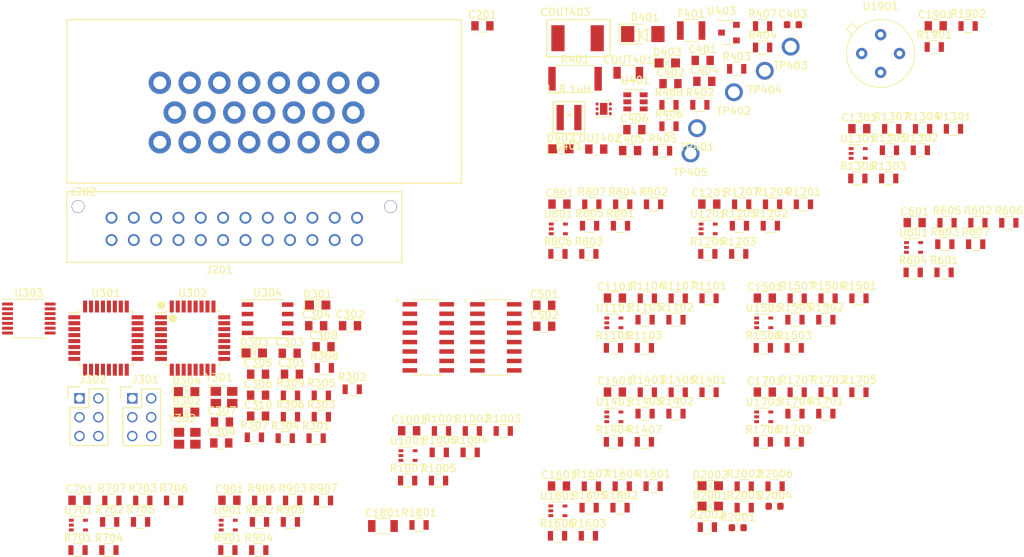
<source format=kicad_pcb>
(kicad_pcb (version 20171130) (host pcbnew "(5.1.10-1-10_14)")
  (layers (0 F.Cu signal) (31 B.Cu signal) (34 B.Paste user) (35 F.Paste user) (36 B.SilkS user) (37 F.SilkS user) (38 B.Mask user) (39 F.Mask user) (44 Edge.Cuts user))
  (net 0 "")
  (net 1 5V)
  (net 2 GND)
  (net 3 "Net-(C302-Pad1)")
  (net 4 "Net-(C303-Pad1)")
  (net 5 "Net-(C304-Pad1)")
  (net 6 3.3V)
  (net 7 "Net-(C306-Pad1)")
  (net 8 "Net-(C307-Pad1)")
  (net 9 "Net-(C401-Pad2)")
  (net 10 "Net-(C401-Pad1)")
  (net 11 "Net-(C402-Pad2)")
  (net 12 +5V)
  (net 13 LIN_POT_SENSE_FILTERED)
  (net 14 "Net-(COUT401-Pad2)")
  (net 15 "Net-(D301-Pad2)")
  (net 16 "Net-(D302-Pad2)")
  (net 17 "Net-(D303-Pad2)")
  (net 18 "Net-(D304-Pad2)")
  (net 19 "Net-(D402-Pad2)")
  (net 20 "Net-(D403-Pad2)")
  (net 21 "Net-(D2001-Pad1)")
  (net 22 FRONT_SENSE)
  (net 23 "Net-(D2002-Pad1)")
  (net 24 LEFT_SENSE)
  (net 25 12V)
  (net 26 STRAIN_6B_+)
  (net 27 STRAIN_5B_+)
  (net 28 STRAIN_4B_+)
  (net 29 STRAIN_3B_+)
  (net 30 STRAIN_2B_+)
  (net 31 STRAIN_1B_+)
  (net 32 STRAIN_6A_+)
  (net 33 STRAIN_5A_+)
  (net 34 STRAIN_4A_+)
  (net 35 STRAIN_3A_+)
  (net 36 STRAIN_2A_+)
  (net 37 STRAIN_1A_+)
  (net 38 HALL_EFFECT_SENSE)
  (net 39 CAN-)
  (net 40 CAN+)
  (net 41 LIN_POT_SENSE)
  (net 42 /micros/SM_RESET)
  (net 43 /micros/SM_MOSI)
  (net 44 /micros/SM_SCK)
  (net 45 /micros/SM_MISO)
  (net 46 /micros/PM_RESET)
  (net 47 /micros/PM_MOSI)
  (net 48 /micros/PM_SCK)
  (net 49 /micros/PM_MISO)
  (net 50 "Net-(R301-Pad2)")
  (net 51 "Net-(R302-Pad2)")
  (net 52 "Net-(R303-Pad2)")
  (net 53 "Net-(R305-Pad2)")
  (net 54 "Net-(R308-Pad1)")
  (net 55 7V)
  (net 56 "Net-(R403-Pad2)")
  (net 57 Vpg)
  (net 58 "Net-(R407-Pad2)")
  (net 59 "Net-(R601-Pad1)")
  (net 60 /suspension_strain/strain_1a/WHEATSTONE_OUT_-)
  (net 61 "Net-(R606-Pad2)")
  (net 62 /suspension_strain/STRAIN_1A_OUT)
  (net 63 "Net-(R701-Pad1)")
  (net 64 /suspension_strain/strain_2a/WHEATSTONE_OUT_-)
  (net 65 "Net-(R706-Pad2)")
  (net 66 /suspension_strain/STRAIN_2A_OUT)
  (net 67 "Net-(R801-Pad1)")
  (net 68 /suspension_strain/strain_3a/WHEATSTONE_OUT_-)
  (net 69 "Net-(R806-Pad2)")
  (net 70 /suspension_strain/STRAIN_3A_OUT)
  (net 71 "Net-(R901-Pad1)")
  (net 72 /suspension_strain/strain_4a/WHEATSTONE_OUT_-)
  (net 73 "Net-(R906-Pad2)")
  (net 74 /suspension_strain/STRAIN_4A_OUT)
  (net 75 "Net-(R1001-Pad1)")
  (net 76 /suspension_strain/strain_5a/WHEATSTONE_OUT_-)
  (net 77 "Net-(R1006-Pad2)")
  (net 78 /suspension_strain/STRAIN_5A_OUT)
  (net 79 "Net-(R1101-Pad1)")
  (net 80 /suspension_strain/strain_6a/WHEATSTONE_OUT_-)
  (net 81 "Net-(R1106-Pad2)")
  (net 82 /suspension_strain/STRAIN_6A_OUT)
  (net 83 "Net-(R1201-Pad1)")
  (net 84 /suspension_strain/strain_4b/WHEATSTONE_OUT_-)
  (net 85 "Net-(R1206-Pad2)")
  (net 86 /suspension_strain/STRAIN_4B_OUT)
  (net 87 "Net-(R1301-Pad1)")
  (net 88 /suspension_strain/strain_5b/WHEATSTONE_OUT_-)
  (net 89 "Net-(R1306-Pad2)")
  (net 90 /suspension_strain/STRAIN_5B_OUT)
  (net 91 "Net-(R1401-Pad1)")
  (net 92 /suspension_strain/strain_6b/WHEATSTONE_OUT_-)
  (net 93 "Net-(R1406-Pad2)")
  (net 94 /suspension_strain/STRAIN_6B_OUT)
  (net 95 "Net-(R1501-Pad1)")
  (net 96 /suspension_strain/strain_1b/WHEATSTONE_OUT_-)
  (net 97 "Net-(R1506-Pad2)")
  (net 98 /suspension_strain/STRAIN_1B_OUT)
  (net 99 "Net-(R1601-Pad1)")
  (net 100 /suspension_strain/strain_2b/WHEATSTONE_OUT_-)
  (net 101 "Net-(R1606-Pad2)")
  (net 102 /suspension_strain/STRAIN_2B_OUT)
  (net 103 "Net-(R1701-Pad1)")
  (net 104 /suspension_strain/strain_3b/WHEATSTONE_OUT_-)
  (net 105 "Net-(R1706-Pad2)")
  (net 106 /suspension_strain/STRAIN_3B_OUT)
  (net 107 SM_SCL)
  (net 108 SM_SDA)
  (net 109 "Net-(U301-Pad32)")
  (net 110 "Net-(U301-Pad31)")
  (net 111 "Net-(U301-Pad30)")
  (net 112 "Net-(U301-Pad26)")
  (net 113 "Net-(U301-Pad25)")
  (net 114 "Net-(U301-Pad24)")
  (net 115 "Net-(U301-Pad23)")
  (net 116 "Net-(U301-Pad22)")
  (net 117 "Net-(U301-Pad20)")
  (net 118 "Net-(U301-Pad19)")
  (net 119 /micros/SM_CS)
  (net 120 "Net-(U301-Pad11)")
  (net 121 "Net-(U301-Pad10)")
  (net 122 "Net-(U301-Pad9)")
  (net 123 "Net-(U301-Pad2)")
  (net 124 "Net-(U301-Pad1)")
  (net 125 "Net-(U302-Pad32)")
  (net 126 nSTRAIN_MUX2_EN)
  (net 127 STRAIN_S0)
  (net 128 STRAIN_MUX2_OUT)
  (net 129 /micros/MUX_SELECT_S2)
  (net 130 nSTRAIN_MUX1_EN)
  (net 131 STRAIN_S2)
  (net 132 /micros/MUX_SELECT_S1)
  (net 133 "Net-(U302-Pad21)")
  (net 134 /micros/MUX_SELECT_S0)
  (net 135 STRAIN_S1)
  (net 136 STRAIN_MUX1_OUT)
  (net 137 "Net-(U302-Pad15)")
  (net 138 /micros/CAN_RX)
  (net 139 /micros/CAN_TX)
  (net 140 "Net-(U302-Pad3)")
  (net 141 "Net-(U304-Pad5)")
  (net 142 "Net-(U401-Pad2)")
  (net 143 "Net-(U501-Pad2)")
  (net 144 "Net-(U501-Pad4)")
  (net 145 "Net-(U502-Pad2)")
  (net 146 "Net-(U502-Pad4)")
  (net 147 "Net-(U303-Pad9)")
  (net 148 "Net-(U303-Pad6)")
  (net 149 /micros/PM_CS)
  (module Package_SO:TSSOP-14_4.4x5mm_P0.65mm (layer F.Cu) (at 18.415 62.865)
    (fp_text reference U303 (at 0 -3.45) (layer F.SilkS))
    (fp_text value TXB0104)
    (pad 14 smd roundrect (at 2.8625 -1.95) (size 1.475 0.4) (layers F.Cu F.Paste F.Mask) (net 6 3.3V))
    (pad 13 smd roundrect (at 2.8625 -1.3) (size 1.475 0.4) (layers F.Cu F.Paste F.Mask) (net 44 /micros/SM_SCK))
    (pad 12 smd roundrect (at 2.8625 -0.65) (size 1.475 0.4) (layers F.Cu F.Paste F.Mask) (net 45 /micros/SM_MISO))
    (pad 11 smd roundrect (at 2.8625 0) (size 1.475 0.4) (layers F.Cu F.Paste F.Mask) (net 43 /micros/SM_MOSI))
    (pad 10 smd roundrect (at 2.8625 0.65) (size 1.475 0.4) (layers F.Cu F.Paste F.Mask) (net 119 /micros/SM_CS))
    (pad 9 smd roundrect (at 2.8625 1.3) (size 1.475 0.4) (layers F.Cu F.Paste F.Mask) (net 147 "Net-(U303-Pad9)"))
    (pad 8 smd roundrect (at 2.8625 1.95) (size 1.475 0.4) (layers F.Cu F.Paste F.Mask) (net 54 "Net-(R308-Pad1)"))
    (pad 7 smd roundrect (at -2.8625 1.95) (size 1.475 0.4) (layers F.Cu F.Paste F.Mask) (net 2 GND))
    (pad 6 smd roundrect (at -2.8625 1.3) (size 1.475 0.4) (layers F.Cu F.Paste F.Mask) (net 148 "Net-(U303-Pad6)"))
    (pad 5 smd roundrect (at -2.8625 0.65) (size 1.475 0.4) (layers F.Cu F.Paste F.Mask) (net 149 /micros/PM_CS))
    (pad 4 smd roundrect (at -2.8625 0) (size 1.475 0.4) (layers F.Cu F.Paste F.Mask) (net 47 /micros/PM_MOSI))
    (pad 3 smd roundrect (at -2.8625 -0.65) (size 1.475 0.4) (layers F.Cu F.Paste F.Mask) (net 49 /micros/PM_MISO))
    (pad 2 smd roundrect (at -2.8625 -1.3) (size 1.475 0.4) (layers F.Cu F.Paste F.Mask) (net 48 /micros/PM_SCK))
    (pad 1 smd roundrect (at -2.8625 -1.95) (size 1.475 0.4) (layers F.Cu F.Paste F.Mask) (net 1 5V))
  )
  (module footprints:Crystal_SMD_FA238 (layer F.Cu) (at 39.7 78.975)
    (fp_text reference Y302 (at -0.67564 -2.66192) (layer F.SilkS))
    (fp_text value Crystal_SMD hide)
    (pad 4 smd rect (at -1.1 -0.8) (size 1.4 1.2) (layers F.Cu F.Mask) (net 2 GND))
    (pad 3 smd rect (at 1.1 -0.8) (size 1.4 1.2) (layers F.Cu F.Mask) (net 8 "Net-(C307-Pad1)"))
    (pad 2 smd rect (at 1.1 0.8) (size 1.4 1.2) (layers F.Cu F.Mask) (net 2 GND))
    (pad 1 smd rect (at -1.1 0.8) (size 1.4 1.2) (layers F.Cu F.Mask) (net 7 "Net-(C306-Pad1)"))
  )
  (module footprints:Crystal_SMD_FA238 (layer F.Cu) (at 44.65 73.475)
    (fp_text reference Y301 (at -0.67564 -2.66192) (layer F.SilkS))
    (fp_text value Crystal_SMD hide)
    (pad 4 smd rect (at -1.1 -0.8) (size 1.4 1.2) (layers F.Cu F.Mask) (net 2 GND))
    (pad 3 smd rect (at 1.1 -0.8) (size 1.4 1.2) (layers F.Cu F.Mask) (net 5 "Net-(C304-Pad1)"))
    (pad 2 smd rect (at 1.1 0.8) (size 1.4 1.2) (layers F.Cu F.Mask) (net 2 GND))
    (pad 1 smd rect (at -1.1 0.8) (size 1.4 1.2) (layers F.Cu F.Mask) (net 4 "Net-(C303-Pad1)"))
  )
  (module footprints:MLX90621ESF-BAB-000-TU (layer F.Cu) (at 132.885 27.22)
    (fp_text reference U1901 (at 0 -6.35) (layer F.SilkS))
    (fp_text value MLX90621ESF-BAB-000-TU)
    (pad 4 thru_hole circle (at -2.54 0) (size 1.524 1.524) (drill 0.762) (layers *.Cu *.Mask) (net 2 GND))
    (pad 3 thru_hole circle (at 0 2.54) (size 1.524 1.524) (drill 0.762) (layers *.Cu *.Mask) (net 6 3.3V))
    (pad 2 thru_hole circle (at 2.54 0) (size 1.524 1.524) (drill 0.762) (layers *.Cu *.Mask) (net 108 SM_SDA))
    (pad 1 thru_hole circle (at 0 -2.54) (size 1.524 1.524) (drill 0.762) (layers *.Cu *.Mask) (net 107 SM_SCL))
  )
  (module Package_TO_SOT_SMD:SOT-353_SC-70-5 (layer F.Cu) (at 117.175 76.09)
    (fp_text reference U1701 (at 0 -2) (layer F.SilkS))
    (fp_text value MCP6001T-I-LT)
    (pad 5 smd rect (at 0.95 -0.65) (size 0.65 0.4) (layers F.Cu F.Paste F.Mask) (net 12 +5V))
    (pad 4 smd rect (at 0.95 0.65) (size 0.65 0.4) (layers F.Cu F.Paste F.Mask) (net 105 "Net-(R1706-Pad2)"))
    (pad 2 smd rect (at -0.95 0) (size 0.65 0.4) (layers F.Cu F.Paste F.Mask) (net 2 GND))
    (pad 3 smd rect (at -0.95 0.65) (size 0.65 0.4) (layers F.Cu F.Paste F.Mask) (net 103 "Net-(R1701-Pad1)"))
    (pad 1 smd rect (at -0.95 -0.65) (size 0.65 0.4) (layers F.Cu F.Paste F.Mask) (net 106 /suspension_strain/STRAIN_3B_OUT))
  )
  (module Package_TO_SOT_SMD:SOT-353_SC-70-5 (layer F.Cu) (at 89.515 88.73)
    (fp_text reference U1601 (at 0 -2) (layer F.SilkS))
    (fp_text value MCP6001T-I-LT)
    (pad 5 smd rect (at 0.95 -0.65) (size 0.65 0.4) (layers F.Cu F.Paste F.Mask) (net 12 +5V))
    (pad 4 smd rect (at 0.95 0.65) (size 0.65 0.4) (layers F.Cu F.Paste F.Mask) (net 101 "Net-(R1606-Pad2)"))
    (pad 2 smd rect (at -0.95 0) (size 0.65 0.4) (layers F.Cu F.Paste F.Mask) (net 2 GND))
    (pad 3 smd rect (at -0.95 0.65) (size 0.65 0.4) (layers F.Cu F.Paste F.Mask) (net 99 "Net-(R1601-Pad1)"))
    (pad 1 smd rect (at -0.95 -0.65) (size 0.65 0.4) (layers F.Cu F.Paste F.Mask) (net 102 /suspension_strain/STRAIN_2B_OUT))
  )
  (module Package_TO_SOT_SMD:SOT-353_SC-70-5 (layer F.Cu) (at 117.175 63.45)
    (fp_text reference U1501 (at 0 -2) (layer F.SilkS))
    (fp_text value MCP6001T-I-LT)
    (pad 5 smd rect (at 0.95 -0.65) (size 0.65 0.4) (layers F.Cu F.Paste F.Mask) (net 12 +5V))
    (pad 4 smd rect (at 0.95 0.65) (size 0.65 0.4) (layers F.Cu F.Paste F.Mask) (net 97 "Net-(R1506-Pad2)"))
    (pad 2 smd rect (at -0.95 0) (size 0.65 0.4) (layers F.Cu F.Paste F.Mask) (net 2 GND))
    (pad 3 smd rect (at -0.95 0.65) (size 0.65 0.4) (layers F.Cu F.Paste F.Mask) (net 95 "Net-(R1501-Pad1)"))
    (pad 1 smd rect (at -0.95 -0.65) (size 0.65 0.4) (layers F.Cu F.Paste F.Mask) (net 98 /suspension_strain/STRAIN_1B_OUT))
  )
  (module Package_TO_SOT_SMD:SOT-353_SC-70-5 (layer F.Cu) (at 97.035 76.09)
    (fp_text reference U1401 (at 0 -2) (layer F.SilkS))
    (fp_text value MCP6001T-I-LT)
    (pad 5 smd rect (at 0.95 -0.65) (size 0.65 0.4) (layers F.Cu F.Paste F.Mask) (net 12 +5V))
    (pad 4 smd rect (at 0.95 0.65) (size 0.65 0.4) (layers F.Cu F.Paste F.Mask) (net 93 "Net-(R1406-Pad2)"))
    (pad 2 smd rect (at -0.95 0) (size 0.65 0.4) (layers F.Cu F.Paste F.Mask) (net 2 GND))
    (pad 3 smd rect (at -0.95 0.65) (size 0.65 0.4) (layers F.Cu F.Paste F.Mask) (net 91 "Net-(R1401-Pad1)"))
    (pad 1 smd rect (at -0.95 -0.65) (size 0.65 0.4) (layers F.Cu F.Paste F.Mask) (net 94 /suspension_strain/STRAIN_6B_OUT))
  )
  (module Package_TO_SOT_SMD:SOT-353_SC-70-5 (layer F.Cu) (at 129.875 40.66)
    (fp_text reference U1301 (at 0 -2) (layer F.SilkS))
    (fp_text value MCP6001T-I-LT)
    (pad 5 smd rect (at 0.95 -0.65) (size 0.65 0.4) (layers F.Cu F.Paste F.Mask) (net 12 +5V))
    (pad 4 smd rect (at 0.95 0.65) (size 0.65 0.4) (layers F.Cu F.Paste F.Mask) (net 89 "Net-(R1306-Pad2)"))
    (pad 2 smd rect (at -0.95 0) (size 0.65 0.4) (layers F.Cu F.Paste F.Mask) (net 2 GND))
    (pad 3 smd rect (at -0.95 0.65) (size 0.65 0.4) (layers F.Cu F.Paste F.Mask) (net 87 "Net-(R1301-Pad1)"))
    (pad 1 smd rect (at -0.95 -0.65) (size 0.65 0.4) (layers F.Cu F.Paste F.Mask) (net 90 /suspension_strain/STRAIN_5B_OUT))
  )
  (module Package_TO_SOT_SMD:SOT-353_SC-70-5 (layer F.Cu) (at 109.715 50.81)
    (fp_text reference U1201 (at 0 -2) (layer F.SilkS))
    (fp_text value MCP6001T-I-LT)
    (pad 5 smd rect (at 0.95 -0.65) (size 0.65 0.4) (layers F.Cu F.Paste F.Mask) (net 12 +5V))
    (pad 4 smd rect (at 0.95 0.65) (size 0.65 0.4) (layers F.Cu F.Paste F.Mask) (net 85 "Net-(R1206-Pad2)"))
    (pad 2 smd rect (at -0.95 0) (size 0.65 0.4) (layers F.Cu F.Paste F.Mask) (net 2 GND))
    (pad 3 smd rect (at -0.95 0.65) (size 0.65 0.4) (layers F.Cu F.Paste F.Mask) (net 83 "Net-(R1201-Pad1)"))
    (pad 1 smd rect (at -0.95 -0.65) (size 0.65 0.4) (layers F.Cu F.Paste F.Mask) (net 86 /suspension_strain/STRAIN_4B_OUT))
  )
  (module Package_TO_SOT_SMD:SOT-353_SC-70-5 (layer F.Cu) (at 97.035 63.45)
    (fp_text reference U1101 (at 0 -2) (layer F.SilkS))
    (fp_text value MCP6001T-I-LT)
    (pad 5 smd rect (at 0.95 -0.65) (size 0.65 0.4) (layers F.Cu F.Paste F.Mask) (net 12 +5V))
    (pad 4 smd rect (at 0.95 0.65) (size 0.65 0.4) (layers F.Cu F.Paste F.Mask) (net 81 "Net-(R1106-Pad2)"))
    (pad 2 smd rect (at -0.95 0) (size 0.65 0.4) (layers F.Cu F.Paste F.Mask) (net 2 GND))
    (pad 3 smd rect (at -0.95 0.65) (size 0.65 0.4) (layers F.Cu F.Paste F.Mask) (net 79 "Net-(R1101-Pad1)"))
    (pad 1 smd rect (at -0.95 -0.65) (size 0.65 0.4) (layers F.Cu F.Paste F.Mask) (net 82 /suspension_strain/STRAIN_6A_OUT))
  )
  (module Package_TO_SOT_SMD:SOT-353_SC-70-5 (layer F.Cu) (at 69.375 81.3)
    (fp_text reference U1001 (at 0 -2) (layer F.SilkS))
    (fp_text value MCP6001T-I-LT)
    (pad 5 smd rect (at 0.95 -0.65) (size 0.65 0.4) (layers F.Cu F.Paste F.Mask) (net 12 +5V))
    (pad 4 smd rect (at 0.95 0.65) (size 0.65 0.4) (layers F.Cu F.Paste F.Mask) (net 77 "Net-(R1006-Pad2)"))
    (pad 2 smd rect (at -0.95 0) (size 0.65 0.4) (layers F.Cu F.Paste F.Mask) (net 2 GND))
    (pad 3 smd rect (at -0.95 0.65) (size 0.65 0.4) (layers F.Cu F.Paste F.Mask) (net 75 "Net-(R1001-Pad1)"))
    (pad 1 smd rect (at -0.95 -0.65) (size 0.65 0.4) (layers F.Cu F.Paste F.Mask) (net 78 /suspension_strain/STRAIN_5A_OUT))
  )
  (module Package_TO_SOT_SMD:SOT-353_SC-70-5 (layer F.Cu) (at 45.215 90.65)
    (fp_text reference U901 (at 0 -2) (layer F.SilkS))
    (fp_text value MCP6001T-I-LT)
    (pad 5 smd rect (at 0.95 -0.65) (size 0.65 0.4) (layers F.Cu F.Paste F.Mask) (net 12 +5V))
    (pad 4 smd rect (at 0.95 0.65) (size 0.65 0.4) (layers F.Cu F.Paste F.Mask) (net 73 "Net-(R906-Pad2)"))
    (pad 2 smd rect (at -0.95 0) (size 0.65 0.4) (layers F.Cu F.Paste F.Mask) (net 2 GND))
    (pad 3 smd rect (at -0.95 0.65) (size 0.65 0.4) (layers F.Cu F.Paste F.Mask) (net 71 "Net-(R901-Pad1)"))
    (pad 1 smd rect (at -0.95 -0.65) (size 0.65 0.4) (layers F.Cu F.Paste F.Mask) (net 74 /suspension_strain/STRAIN_4A_OUT))
  )
  (module Package_TO_SOT_SMD:SOT-353_SC-70-5 (layer F.Cu) (at 89.575 50.81)
    (fp_text reference U801 (at 0 -2) (layer F.SilkS))
    (fp_text value MCP6001T-I-LT)
    (pad 5 smd rect (at 0.95 -0.65) (size 0.65 0.4) (layers F.Cu F.Paste F.Mask) (net 12 +5V))
    (pad 4 smd rect (at 0.95 0.65) (size 0.65 0.4) (layers F.Cu F.Paste F.Mask) (net 69 "Net-(R806-Pad2)"))
    (pad 2 smd rect (at -0.95 0) (size 0.65 0.4) (layers F.Cu F.Paste F.Mask) (net 2 GND))
    (pad 3 smd rect (at -0.95 0.65) (size 0.65 0.4) (layers F.Cu F.Paste F.Mask) (net 67 "Net-(R801-Pad1)"))
    (pad 1 smd rect (at -0.95 -0.65) (size 0.65 0.4) (layers F.Cu F.Paste F.Mask) (net 70 /suspension_strain/STRAIN_3A_OUT))
  )
  (module Package_TO_SOT_SMD:SOT-353_SC-70-5 (layer F.Cu) (at 25.075 90.65)
    (fp_text reference U701 (at 0 -2) (layer F.SilkS))
    (fp_text value MCP6001T-I-LT)
    (pad 5 smd rect (at 0.95 -0.65) (size 0.65 0.4) (layers F.Cu F.Paste F.Mask) (net 12 +5V))
    (pad 4 smd rect (at 0.95 0.65) (size 0.65 0.4) (layers F.Cu F.Paste F.Mask) (net 65 "Net-(R706-Pad2)"))
    (pad 2 smd rect (at -0.95 0) (size 0.65 0.4) (layers F.Cu F.Paste F.Mask) (net 2 GND))
    (pad 3 smd rect (at -0.95 0.65) (size 0.65 0.4) (layers F.Cu F.Paste F.Mask) (net 63 "Net-(R701-Pad1)"))
    (pad 1 smd rect (at -0.95 -0.65) (size 0.65 0.4) (layers F.Cu F.Paste F.Mask) (net 66 /suspension_strain/STRAIN_2A_OUT))
  )
  (module Package_TO_SOT_SMD:SOT-353_SC-70-5 (layer F.Cu) (at 137.315 53.3)
    (fp_text reference U601 (at 0 -2) (layer F.SilkS))
    (fp_text value MCP6001T-I-LT)
    (pad 5 smd rect (at 0.95 -0.65) (size 0.65 0.4) (layers F.Cu F.Paste F.Mask) (net 12 +5V))
    (pad 4 smd rect (at 0.95 0.65) (size 0.65 0.4) (layers F.Cu F.Paste F.Mask) (net 61 "Net-(R606-Pad2)"))
    (pad 2 smd rect (at -0.95 0) (size 0.65 0.4) (layers F.Cu F.Paste F.Mask) (net 2 GND))
    (pad 3 smd rect (at -0.95 0.65) (size 0.65 0.4) (layers F.Cu F.Paste F.Mask) (net 59 "Net-(R601-Pad1)"))
    (pad 1 smd rect (at -0.95 -0.65) (size 0.65 0.4) (layers F.Cu F.Paste F.Mask) (net 62 /suspension_strain/STRAIN_1A_OUT))
  )
  (module footprints:SOIC127P600X175-16N (layer F.Cu) (at 81.175 65.4)
    (fp_text reference U502 (at -0.795 -6.035) (layer F.SilkS) (effects (font (thickness 0.015))))
    (fp_text value 74HC4051)
    (pad 1 smd rect (at -2.475 -4.445) (size 1.97 0.6) (layers F.Cu F.Paste F.Mask) (net 90 /suspension_strain/STRAIN_5B_OUT))
    (pad 2 smd rect (at -2.475 -3.175) (size 1.97 0.6) (layers F.Cu F.Paste F.Mask) (net 145 "Net-(U502-Pad2)"))
    (pad 3 smd rect (at -2.475 -1.905) (size 1.97 0.6) (layers F.Cu F.Paste F.Mask) (net 128 STRAIN_MUX2_OUT))
    (pad 4 smd rect (at -2.475 -0.635) (size 1.97 0.6) (layers F.Cu F.Paste F.Mask) (net 146 "Net-(U502-Pad4)"))
    (pad 5 smd rect (at -2.475 0.635) (size 1.97 0.6) (layers F.Cu F.Paste F.Mask) (net 94 /suspension_strain/STRAIN_6B_OUT))
    (pad 6 smd rect (at -2.475 1.905) (size 1.97 0.6) (layers F.Cu F.Paste F.Mask) (net 126 nSTRAIN_MUX2_EN))
    (pad 7 smd rect (at -2.475 3.175) (size 1.97 0.6) (layers F.Cu F.Paste F.Mask) (net 2 GND))
    (pad 8 smd rect (at -2.475 4.445) (size 1.97 0.6) (layers F.Cu F.Paste F.Mask) (net 2 GND))
    (pad 9 smd rect (at 2.475 4.445) (size 1.97 0.6) (layers F.Cu F.Paste F.Mask) (net 131 STRAIN_S2))
    (pad 10 smd rect (at 2.475 3.175) (size 1.97 0.6) (layers F.Cu F.Paste F.Mask) (net 135 STRAIN_S1))
    (pad 11 smd rect (at 2.475 1.905) (size 1.97 0.6) (layers F.Cu F.Paste F.Mask) (net 127 STRAIN_S0))
    (pad 12 smd rect (at 2.475 0.635) (size 1.97 0.6) (layers F.Cu F.Paste F.Mask) (net 86 /suspension_strain/STRAIN_4B_OUT))
    (pad 13 smd rect (at 2.475 -0.635) (size 1.97 0.6) (layers F.Cu F.Paste F.Mask) (net 98 /suspension_strain/STRAIN_1B_OUT))
    (pad 14 smd rect (at 2.475 -1.905) (size 1.97 0.6) (layers F.Cu F.Paste F.Mask) (net 102 /suspension_strain/STRAIN_2B_OUT))
    (pad 15 smd rect (at 2.475 -3.175) (size 1.97 0.6) (layers F.Cu F.Paste F.Mask) (net 106 /suspension_strain/STRAIN_3B_OUT))
    (pad 16 smd rect (at 2.475 -4.445) (size 1.97 0.6) (layers F.Cu F.Paste F.Mask) (net 1 5V))
  )
  (module footprints:SOIC127P600X175-16N (layer F.Cu) (at 72.095 65.4)
    (fp_text reference U501 (at -0.795 -6.035) (layer F.SilkS) (effects (font (thickness 0.015))))
    (fp_text value 74HC4051)
    (pad 1 smd rect (at -2.475 -4.445) (size 1.97 0.6) (layers F.Cu F.Paste F.Mask) (net 78 /suspension_strain/STRAIN_5A_OUT))
    (pad 2 smd rect (at -2.475 -3.175) (size 1.97 0.6) (layers F.Cu F.Paste F.Mask) (net 143 "Net-(U501-Pad2)"))
    (pad 3 smd rect (at -2.475 -1.905) (size 1.97 0.6) (layers F.Cu F.Paste F.Mask) (net 136 STRAIN_MUX1_OUT))
    (pad 4 smd rect (at -2.475 -0.635) (size 1.97 0.6) (layers F.Cu F.Paste F.Mask) (net 144 "Net-(U501-Pad4)"))
    (pad 5 smd rect (at -2.475 0.635) (size 1.97 0.6) (layers F.Cu F.Paste F.Mask) (net 82 /suspension_strain/STRAIN_6A_OUT))
    (pad 6 smd rect (at -2.475 1.905) (size 1.97 0.6) (layers F.Cu F.Paste F.Mask) (net 130 nSTRAIN_MUX1_EN))
    (pad 7 smd rect (at -2.475 3.175) (size 1.97 0.6) (layers F.Cu F.Paste F.Mask) (net 2 GND))
    (pad 8 smd rect (at -2.475 4.445) (size 1.97 0.6) (layers F.Cu F.Paste F.Mask) (net 2 GND))
    (pad 9 smd rect (at 2.475 4.445) (size 1.97 0.6) (layers F.Cu F.Paste F.Mask) (net 131 STRAIN_S2))
    (pad 10 smd rect (at 2.475 3.175) (size 1.97 0.6) (layers F.Cu F.Paste F.Mask) (net 135 STRAIN_S1))
    (pad 11 smd rect (at 2.475 1.905) (size 1.97 0.6) (layers F.Cu F.Paste F.Mask) (net 127 STRAIN_S0))
    (pad 12 smd rect (at 2.475 0.635) (size 1.97 0.6) (layers F.Cu F.Paste F.Mask) (net 74 /suspension_strain/STRAIN_4A_OUT))
    (pad 13 smd rect (at 2.475 -0.635) (size 1.97 0.6) (layers F.Cu F.Paste F.Mask) (net 62 /suspension_strain/STRAIN_1A_OUT))
    (pad 14 smd rect (at 2.475 -1.905) (size 1.97 0.6) (layers F.Cu F.Paste F.Mask) (net 66 /suspension_strain/STRAIN_2A_OUT))
    (pad 15 smd rect (at 2.475 -3.175) (size 1.97 0.6) (layers F.Cu F.Paste F.Mask) (net 70 /suspension_strain/STRAIN_3A_OUT))
    (pad 16 smd rect (at 2.475 -4.445) (size 1.97 0.6) (layers F.Cu F.Paste F.Mask) (net 1 5V))
  )
  (module footprints:SOT-23-3_OEM (layer F.Cu) (at 111.509 24.41)
    (fp_text reference U403 (at 0 -2.9) (layer F.SilkS))
    (fp_text value LM3480 hide)
    (pad 1 smd rect (at 0 0) (size 0.9 0.8) (layers F.Cu F.Paste F.Mask) (net 6 3.3V))
    (pad 2 smd rect (at 2 1.05) (size 0.9 0.8) (layers F.Cu F.Paste F.Mask) (net 1 5V))
    (pad 3 smd rect (at 2 -1.05) (size 0.9 0.8) (layers F.Cu F.Paste F.Mask) (net 2 GND))
  )
  (module footprints:TPS7A26 (layer F.Cu) (at 95.675 37.205)
    (fp_text reference U402 hide)
    (fp_text value TPS7A26)
    (pad 6 smd roundrect (at 0.8875 -3.19) (size 0.375 0.4) (layers F.Cu F.Paste F.Mask) (net 55 7V))
    (pad 3 smd roundrect (at -0.8875 -1.89) (size 0.375 0.4) (layers F.Cu F.Paste F.Mask) (net 57 Vpg))
    (pad 1 smd roundrect (at -0.8875 -3.19) (size 0.375 0.4) (layers F.Cu F.Paste F.Mask) (net 1 5V))
    (pad 4 smd roundrect (at 0.8875 -1.89) (size 0.375 0.4) (layers F.Cu F.Paste F.Mask) (net 55 7V))
    (pad 2 smd roundrect (at -0.8875 -2.54) (size 0.375 0.4) (layers F.Cu F.Paste F.Mask) (net 58 "Net-(R407-Pad2)"))
    (pad 5 smd roundrect (at 0.8875 -2.54) (size 0.375 0.4) (layers F.Cu F.Paste F.Mask) (net 2 GND))
    (pad 7 smd rect (at 0 -2.54) (size 1 1.6) (layers F.Cu F.Mask))
  )
  (module footprints:SOT-23-6_OEM (layer F.Cu) (at 99.945 33.72)
    (fp_text reference U401 (at 0 -2.9) (layer F.SilkS))
    (fp_text value TPS560430YF hide)
    (pad 5 smd rect (at 1.1 0) (size 1.06 0.65) (layers F.Cu F.Paste F.Mask) (net 11 "Net-(C402-Pad2)"))
    (pad 6 smd rect (at 1.1 -0.95) (size 1.06 0.65) (layers F.Cu F.Paste F.Mask) (net 10 "Net-(C401-Pad1)"))
    (pad 4 smd rect (at 1.1 0.95) (size 1.06 0.65) (layers F.Cu F.Paste F.Mask) (net 11 "Net-(C402-Pad2)"))
    (pad 3 smd rect (at -1.1 0.95) (size 1.06 0.65) (layers F.Cu F.Paste F.Mask) (net 56 "Net-(R403-Pad2)"))
    (pad 2 smd rect (at -1.1 0) (size 1.06 0.65) (layers F.Cu F.Paste F.Mask) (net 142 "Net-(U401-Pad2)"))
    (pad 1 smd rect (at -1.1 -0.95) (size 1.06 0.65) (layers F.Cu F.Paste F.Mask) (net 9 "Net-(C401-Pad2)"))
  )
  (module footprints:SOIC-8_3.9x4.9mm_Pitch1.27mm_OEM (layer F.Cu) (at 50.505 62.9)
    (fp_text reference U304 (at 0 -3.5) (layer F.SilkS))
    (fp_text value MCP2561-E_SN hide)
    (pad 8 smd rect (at 2.7 -1.905) (size 1.55 0.6) (layers F.Cu F.Paste F.Mask) (net 2 GND))
    (pad 7 smd rect (at 2.7 -0.635) (size 1.55 0.6) (layers F.Cu F.Paste F.Mask) (net 40 CAN+))
    (pad 6 smd rect (at 2.7 0.635) (size 1.55 0.6) (layers F.Cu F.Paste F.Mask) (net 39 CAN-))
    (pad 5 smd rect (at 2.7 1.905) (size 1.55 0.6) (layers F.Cu F.Paste F.Mask) (net 141 "Net-(U304-Pad5)"))
    (pad 4 smd rect (at -2.7 1.905) (size 1.55 0.6) (layers F.Cu F.Paste F.Mask) (net 138 /micros/CAN_RX))
    (pad 3 smd rect (at -2.7 0.635) (size 1.55 0.6) (layers F.Cu F.Paste F.Mask) (net 1 5V))
    (pad 2 smd rect (at -2.7 -0.635) (size 1.55 0.6) (layers F.Cu F.Paste F.Mask) (net 2 GND))
    (pad 1 smd rect (at -2.7 -1.905) (size 1.55 0.6) (layers F.Cu F.Paste F.Mask) (net 139 /micros/CAN_TX))
  )
  (module footprints:TQFP-32_7x7mm_Pitch0.8mm (layer F.Cu) (at 40.425 65.5)
    (fp_text reference U302 (at 0 -6.05) (layer F.SilkS))
    (fp_text value ATMEGA16M1 hide)
    (pad 32 smd rect (at -2.8 -4.25 90) (size 1.6 0.55) (layers F.Cu F.Paste F.Mask) (net 125 "Net-(U302-Pad32)"))
    (pad 31 smd rect (at -2 -4.25 90) (size 1.6 0.55) (layers F.Cu F.Paste F.Mask) (net 46 /micros/PM_RESET))
    (pad 30 smd rect (at -1.2 -4.25 90) (size 1.6 0.55) (layers F.Cu F.Paste F.Mask) (net 126 nSTRAIN_MUX2_EN))
    (pad 29 smd rect (at -0.4 -4.25 90) (size 1.6 0.55) (layers F.Cu F.Paste F.Mask) (net 127 STRAIN_S0))
    (pad 28 smd rect (at 0.4 -4.25 90) (size 1.6 0.55) (layers F.Cu F.Paste F.Mask) (net 22 FRONT_SENSE))
    (pad 27 smd rect (at 1.2 -4.25 90) (size 1.6 0.55) (layers F.Cu F.Paste F.Mask) (net 13 LIN_POT_SENSE_FILTERED))
    (pad 26 smd rect (at 2 -4.25 90) (size 1.6 0.55) (layers F.Cu F.Paste F.Mask) (net 128 STRAIN_MUX2_OUT))
    (pad 25 smd rect (at 2.8 -4.25 90) (size 1.6 0.55) (layers F.Cu F.Paste F.Mask) (net 129 /micros/MUX_SELECT_S2))
    (pad 24 smd rect (at 4.25 -2.8) (size 1.6 0.55) (layers F.Cu F.Paste F.Mask) (net 130 nSTRAIN_MUX1_EN))
    (pad 23 smd rect (at 4.25 -2) (size 1.6 0.55) (layers F.Cu F.Paste F.Mask) (net 131 STRAIN_S2))
    (pad 22 smd rect (at 4.25 -1.2) (size 1.6 0.55) (layers F.Cu F.Paste F.Mask) (net 132 /micros/MUX_SELECT_S1))
    (pad 21 smd rect (at 4.25 -0.4) (size 1.6 0.55) (layers F.Cu F.Paste F.Mask) (net 133 "Net-(U302-Pad21)"))
    (pad 20 smd rect (at 4.25 0.4) (size 1.6 0.55) (layers F.Cu F.Paste F.Mask) (net 2 GND))
    (pad 19 smd rect (at 4.25 1.2) (size 1.6 0.55) (layers F.Cu F.Paste F.Mask) (net 3 "Net-(C302-Pad1)"))
    (pad 18 smd rect (at 4.25 2) (size 1.6 0.55) (layers F.Cu F.Paste F.Mask) (net 134 /micros/MUX_SELECT_S0))
    (pad 17 smd rect (at 4.25 2.8) (size 1.6 0.55) (layers F.Cu F.Paste F.Mask) (net 135 STRAIN_S1))
    (pad 16 smd rect (at 2.8 4.25 90) (size 1.6 0.55) (layers F.Cu F.Paste F.Mask) (net 136 STRAIN_MUX1_OUT))
    (pad 15 smd rect (at 2 4.25 90) (size 1.6 0.55) (layers F.Cu F.Paste F.Mask) (net 137 "Net-(U302-Pad15)"))
    (pad 14 smd rect (at 1.2 4.25 90) (size 1.6 0.55) (layers F.Cu F.Paste F.Mask) (net 38 HALL_EFFECT_SENSE))
    (pad 13 smd rect (at 0.4 4.25 90) (size 1.6 0.55) (layers F.Cu F.Paste F.Mask) (net 24 LEFT_SENSE))
    (pad 12 smd rect (at -0.4 4.25 90) (size 1.6 0.55) (layers F.Cu F.Paste F.Mask) (net 48 /micros/PM_SCK))
    (pad 11 smd rect (at -1.2 4.25 90) (size 1.6 0.55) (layers F.Cu F.Paste F.Mask) (net 7 "Net-(C306-Pad1)"))
    (pad 10 smd rect (at -2 4.25 90) (size 1.6 0.55) (layers F.Cu F.Paste F.Mask) (net 8 "Net-(C307-Pad1)"))
    (pad 9 smd rect (at -2.8 4.25 90) (size 1.6 0.55) (layers F.Cu F.Paste F.Mask) (net 51 "Net-(R302-Pad2)"))
    (pad 8 smd rect (at -4.25 2.8) (size 1.6 0.55) (layers F.Cu F.Paste F.Mask) (net 50 "Net-(R301-Pad2)"))
    (pad 7 smd rect (at -4.25 2) (size 1.6 0.55) (layers F.Cu F.Paste F.Mask) (net 138 /micros/CAN_RX))
    (pad 6 smd rect (at -4.25 1.2) (size 1.6 0.55) (layers F.Cu F.Paste F.Mask) (net 139 /micros/CAN_TX))
    (pad 5 smd rect (at -4.25 0.4) (size 1.6 0.55) (layers F.Cu F.Paste F.Mask) (net 2 GND))
    (pad 4 smd rect (at -4.25 -0.4) (size 1.6 0.55) (layers F.Cu F.Paste F.Mask) (net 1 5V))
    (pad 3 smd rect (at -4.25 -1.2) (size 1.6 0.55) (layers F.Cu F.Paste F.Mask) (net 140 "Net-(U302-Pad3)"))
    (pad 2 smd rect (at -4.25 -2) (size 1.6 0.55) (layers F.Cu F.Paste F.Mask) (net 47 /micros/PM_MOSI))
    (pad 1 smd rect (at -4.25 -2.8) (size 1.6 0.55) (layers F.Cu F.Paste F.Mask) (net 49 /micros/PM_MISO))
  )
  (module Package_QFP:TQFP-32_7x7mm_P0.8mm (layer F.Cu) (at 28.775 65.5)
    (fp_text reference U301 (at 0 -6.05) (layer F.SilkS))
    (fp_text value ATmega328P-AU)
    (pad 32 smd rect (at -2.8 -4.25 90) (size 1.6 0.55) (layers F.Cu F.Paste F.Mask) (net 109 "Net-(U301-Pad32)"))
    (pad 31 smd rect (at -2 -4.25 90) (size 1.6 0.55) (layers F.Cu F.Paste F.Mask) (net 110 "Net-(U301-Pad31)"))
    (pad 30 smd rect (at -1.2 -4.25 90) (size 1.6 0.55) (layers F.Cu F.Paste F.Mask) (net 111 "Net-(U301-Pad30)"))
    (pad 29 smd rect (at -0.4 -4.25 90) (size 1.6 0.55) (layers F.Cu F.Paste F.Mask) (net 42 /micros/SM_RESET))
    (pad 28 smd rect (at 0.4 -4.25 90) (size 1.6 0.55) (layers F.Cu F.Paste F.Mask) (net 107 SM_SCL))
    (pad 27 smd rect (at 1.2 -4.25 90) (size 1.6 0.55) (layers F.Cu F.Paste F.Mask) (net 108 SM_SDA))
    (pad 26 smd rect (at 2 -4.25 90) (size 1.6 0.55) (layers F.Cu F.Paste F.Mask) (net 112 "Net-(U301-Pad26)"))
    (pad 25 smd rect (at 2.8 -4.25 90) (size 1.6 0.55) (layers F.Cu F.Paste F.Mask) (net 113 "Net-(U301-Pad25)"))
    (pad 24 smd rect (at 4.25 -2.8) (size 1.6 0.55) (layers F.Cu F.Paste F.Mask) (net 114 "Net-(U301-Pad24)"))
    (pad 23 smd rect (at 4.25 -2) (size 1.6 0.55) (layers F.Cu F.Paste F.Mask) (net 115 "Net-(U301-Pad23)"))
    (pad 22 smd rect (at 4.25 -1.2) (size 1.6 0.55) (layers F.Cu F.Paste F.Mask) (net 116 "Net-(U301-Pad22)"))
    (pad 21 smd rect (at 4.25 -0.4) (size 1.6 0.55) (layers F.Cu F.Paste F.Mask) (net 2 GND))
    (pad 20 smd rect (at 4.25 0.4) (size 1.6 0.55) (layers F.Cu F.Paste F.Mask) (net 117 "Net-(U301-Pad20)"))
    (pad 19 smd rect (at 4.25 1.2) (size 1.6 0.55) (layers F.Cu F.Paste F.Mask) (net 118 "Net-(U301-Pad19)"))
    (pad 18 smd rect (at 4.25 2) (size 1.6 0.55) (layers F.Cu F.Paste F.Mask) (net 6 3.3V))
    (pad 17 smd rect (at 4.25 2.8) (size 1.6 0.55) (layers F.Cu F.Paste F.Mask) (net 44 /micros/SM_SCK))
    (pad 16 smd rect (at 2.8 4.25 90) (size 1.6 0.55) (layers F.Cu F.Paste F.Mask) (net 45 /micros/SM_MISO))
    (pad 15 smd rect (at 2 4.25 90) (size 1.6 0.55) (layers F.Cu F.Paste F.Mask) (net 43 /micros/SM_MOSI))
    (pad 14 smd rect (at 1.2 4.25 90) (size 1.6 0.55) (layers F.Cu F.Paste F.Mask) (net 119 /micros/SM_CS))
    (pad 13 smd rect (at 0.4 4.25 90) (size 1.6 0.55) (layers F.Cu F.Paste F.Mask) (net 53 "Net-(R305-Pad2)"))
    (pad 12 smd rect (at -0.4 4.25 90) (size 1.6 0.55) (layers F.Cu F.Paste F.Mask) (net 52 "Net-(R303-Pad2)"))
    (pad 11 smd rect (at -1.2 4.25 90) (size 1.6 0.55) (layers F.Cu F.Paste F.Mask) (net 120 "Net-(U301-Pad11)"))
    (pad 10 smd rect (at -2 4.25 90) (size 1.6 0.55) (layers F.Cu F.Paste F.Mask) (net 121 "Net-(U301-Pad10)"))
    (pad 9 smd rect (at -2.8 4.25 90) (size 1.6 0.55) (layers F.Cu F.Paste F.Mask) (net 122 "Net-(U301-Pad9)"))
    (pad 8 smd rect (at -4.25 2.8) (size 1.6 0.55) (layers F.Cu F.Paste F.Mask) (net 4 "Net-(C303-Pad1)"))
    (pad 7 smd rect (at -4.25 2) (size 1.6 0.55) (layers F.Cu F.Paste F.Mask) (net 5 "Net-(C304-Pad1)"))
    (pad 6 smd rect (at -4.25 1.2) (size 1.6 0.55) (layers F.Cu F.Paste F.Mask) (net 6 3.3V))
    (pad 5 smd rect (at -4.25 0.4) (size 1.6 0.55) (layers F.Cu F.Paste F.Mask) (net 2 GND))
    (pad 4 smd rect (at -4.25 -0.4) (size 1.6 0.55) (layers F.Cu F.Paste F.Mask) (net 6 3.3V))
    (pad 3 smd rect (at -4.25 -1.2) (size 1.6 0.55) (layers F.Cu F.Paste F.Mask) (net 2 GND))
    (pad 2 smd rect (at -4.25 -2) (size 1.6 0.55) (layers F.Cu F.Paste F.Mask) (net 123 "Net-(U301-Pad2)"))
    (pad 1 smd rect (at -4.25 -2.8) (size 1.6 0.55) (layers F.Cu F.Paste F.Mask) (net 124 "Net-(U301-Pad1)"))
  )
  (module footprints:tp_1.6mm (layer F.Cu) (at 107.349999 40.664999)
    (fp_text reference TP405 (at 0 2.54) (layer F.SilkS))
    (fp_text value TP)
    (pad 1 thru_hole circle (at 0 0) (size 2.4 2.4) (drill 1.6) (layers *.Cu *.Mask) (net 6 3.3V))
  )
  (module footprints:tp_1.6mm (layer F.Cu) (at 117.319999 29.544999)
    (fp_text reference TP404 (at 0 2.54) (layer F.SilkS))
    (fp_text value TP)
    (pad 1 thru_hole circle (at 0 0) (size 2.4 2.4) (drill 1.6) (layers *.Cu *.Mask) (net 1 5V))
  )
  (module footprints:tp_1.6mm (layer F.Cu) (at 120.799999 26.294999)
    (fp_text reference TP403 (at 0 2.54) (layer F.SilkS))
    (fp_text value TP)
    (pad 1 thru_hole circle (at 0 0) (size 2.4 2.4) (drill 1.6) (layers *.Cu *.Mask) (net 2 GND))
  )
  (module footprints:tp_1.6mm (layer F.Cu) (at 113.169999 32.424999)
    (fp_text reference TP402 (at 0 2.54) (layer F.SilkS))
    (fp_text value TP)
    (pad 1 thru_hole circle (at 0 0) (size 2.4 2.4) (drill 1.6) (layers *.Cu *.Mask) (net 55 7V))
  )
  (module footprints:tp_1.6mm (layer F.Cu) (at 108.219999 37.264999)
    (fp_text reference TP401 (at 0 2.54) (layer F.SilkS))
    (fp_text value TP)
    (pad 1 thru_hole circle (at 0 0) (size 2.4 2.4) (drill 1.6) (layers *.Cu *.Mask) (net 25 12V))
  )
  (module footprints:R_0805_OEM (layer F.Cu) (at 118.705 85.425)
    (fp_text reference R2006 (at 0 -1.65) (layer F.SilkS))
    (fp_text value R_200 hide)
    (pad 2 smd rect (at 0.95 0) (size 0.7 1.3) (layers F.Cu F.Paste F.Mask) (net 2 GND))
    (pad 1 smd rect (at -0.95 0) (size 0.7 1.3) (layers F.Cu F.Paste F.Mask) (net 23 "Net-(D2002-Pad1)"))
  )
  (module footprints:R_0805_OEM (layer F.Cu) (at 114.555 88.305)
    (fp_text reference R2005 (at 0 -1.65) (layer F.SilkS))
    (fp_text value R_10K hide)
    (pad 2 smd rect (at 0.95 0) (size 0.7 1.3) (layers F.Cu F.Paste F.Mask) (net 2 GND))
    (pad 1 smd rect (at -0.95 0) (size 0.7 1.3) (layers F.Cu F.Paste F.Mask) (net 24 LEFT_SENSE))
  )
  (module footprints:R_0603_1608Metric (layer F.Cu) (at 118.635 88.12)
    (fp_text reference R2004 (at 0 -1.43) (layer F.SilkS))
    (fp_text value R_0)
    (pad 2 smd roundrect (at 0.7875 0) (size 0.875 0.95) (layers F.Cu F.Paste F.Mask) (net 24 LEFT_SENSE))
    (pad 1 smd roundrect (at -0.7875 0) (size 0.875 0.95) (layers F.Cu F.Paste F.Mask) (net 1 5V))
  )
  (module footprints:R_0805_OEM (layer F.Cu) (at 109.605 90.925)
    (fp_text reference R2003 (at 0 -1.65) (layer F.SilkS))
    (fp_text value R_200 hide)
    (pad 2 smd rect (at 0.95 0) (size 0.7 1.3) (layers F.Cu F.Paste F.Mask) (net 2 GND))
    (pad 1 smd rect (at -0.95 0) (size 0.7 1.3) (layers F.Cu F.Paste F.Mask) (net 21 "Net-(D2001-Pad1)"))
  )
  (module footprints:R_0805_OEM (layer F.Cu) (at 114.555 85.425)
    (fp_text reference R2002 (at 0 -1.65) (layer F.SilkS))
    (fp_text value R_10K hide)
    (pad 2 smd rect (at 0.95 0) (size 0.7 1.3) (layers F.Cu F.Paste F.Mask) (net 2 GND))
    (pad 1 smd rect (at -0.95 0) (size 0.7 1.3) (layers F.Cu F.Paste F.Mask) (net 22 FRONT_SENSE))
  )
  (module footprints:R_0603_1608Metric (layer F.Cu) (at 113.685 91)
    (fp_text reference R2001 (at 0 -1.43) (layer F.SilkS))
    (fp_text value R_0)
    (pad 2 smd roundrect (at 0.7875 0) (size 0.875 0.95) (layers F.Cu F.Paste F.Mask) (net 22 FRONT_SENSE))
    (pad 1 smd roundrect (at -0.7875 0) (size 0.875 0.95) (layers F.Cu F.Paste F.Mask) (net 1 5V))
  )
  (module footprints:R_0805_OEM (layer F.Cu) (at 144.645 23.525)
    (fp_text reference R1902 (at 0 -1.65) (layer F.SilkS))
    (fp_text value R_4.7K hide)
    (pad 2 smd rect (at 0.95 0) (size 0.7 1.3) (layers F.Cu F.Paste F.Mask) (net 108 SM_SDA))
    (pad 1 smd rect (at -0.95 0) (size 0.7 1.3) (layers F.Cu F.Paste F.Mask) (net 6 3.3V))
  )
  (module footprints:R_0805_OEM (layer F.Cu) (at 140.095 26.345)
    (fp_text reference R1901 (at 0 -1.65) (layer F.SilkS))
    (fp_text value R_4.7K hide)
    (pad 2 smd rect (at 0.95 0) (size 0.7 1.3) (layers F.Cu F.Paste F.Mask) (net 6 3.3V))
    (pad 1 smd rect (at -0.95 0) (size 0.7 1.3) (layers F.Cu F.Paste F.Mask) (net 107 SM_SCL))
  )
  (module footprints:R_0805_OEM (layer F.Cu) (at 70.855 90.635)
    (fp_text reference R1801 (at 0 -1.65) (layer F.SilkS))
    (fp_text value R_1K_0.1 hide)
    (pad 2 smd rect (at 0.95 0) (size 0.7 1.3) (layers F.Cu F.Paste F.Mask) (net 13 LIN_POT_SENSE_FILTERED))
    (pad 1 smd rect (at -0.95 0) (size 0.7 1.3) (layers F.Cu F.Paste F.Mask) (net 41 LIN_POT_SENSE))
  )
  (module footprints:R_0805_OEM (layer F.Cu) (at 121.675 72.785)
    (fp_text reference R1707 (at 0 -1.65) (layer F.SilkS))
    (fp_text value R_4.99K hide)
    (pad 2 smd rect (at 0.95 0) (size 0.7 1.3) (layers F.Cu F.Paste F.Mask) (net 106 /suspension_strain/STRAIN_3B_OUT))
    (pad 1 smd rect (at -0.95 0) (size 0.7 1.3) (layers F.Cu F.Paste F.Mask) (net 105 "Net-(R1706-Pad2)"))
  )
  (module footprints:R_0805_OEM (layer F.Cu) (at 117.125 79.455)
    (fp_text reference R1706 (at 0 -1.65) (layer F.SilkS))
    (fp_text value R_120 hide)
    (pad 2 smd rect (at 0.95 0) (size 0.7 1.3) (layers F.Cu F.Paste F.Mask) (net 105 "Net-(R1706-Pad2)"))
    (pad 1 smd rect (at -0.95 0) (size 0.7 1.3) (layers F.Cu F.Paste F.Mask) (net 104 /suspension_strain/strain_3b/WHEATSTONE_OUT_-))
  )
  (module footprints:R_0805_OEM (layer F.Cu) (at 129.975 72.785)
    (fp_text reference R1705 (at 0 -1.65) (layer F.SilkS))
    (fp_text value R_120 hide)
    (pad 2 smd rect (at 0.95 0) (size 0.7 1.3) (layers F.Cu F.Paste F.Mask) (net 104 /suspension_strain/strain_3b/WHEATSTONE_OUT_-))
    (pad 1 smd rect (at -0.95 0) (size 0.7 1.3) (layers F.Cu F.Paste F.Mask) (net 2 GND))
  )
  (module footprints:R_0805_OEM (layer F.Cu) (at 121.375 75.665)
    (fp_text reference R1704 (at 0 -1.65) (layer F.SilkS))
    (fp_text value R_120 hide)
    (pad 2 smd rect (at 0.95 0) (size 0.7 1.3) (layers F.Cu F.Paste F.Mask) (net 12 +5V))
    (pad 1 smd rect (at -0.95 0) (size 0.7 1.3) (layers F.Cu F.Paste F.Mask) (net 29 STRAIN_3B_+))
  )
  (module footprints:R_0805_OEM (layer F.Cu) (at 125.825 72.785)
    (fp_text reference R1703 (at 0 -1.65) (layer F.SilkS))
    (fp_text value R_120 hide)
    (pad 2 smd rect (at 0.95 0) (size 0.7 1.3) (layers F.Cu F.Paste F.Mask) (net 12 +5V))
    (pad 1 smd rect (at -0.95 0) (size 0.7 1.3) (layers F.Cu F.Paste F.Mask) (net 104 /suspension_strain/strain_3b/WHEATSTONE_OUT_-))
  )
  (module footprints:R_0805_OEM (layer F.Cu) (at 121.275 79.455)
    (fp_text reference R1702 (at 0 -1.65) (layer F.SilkS))
    (fp_text value R_4.99K hide)
    (pad 2 smd rect (at 0.95 0) (size 0.7 1.3) (layers F.Cu F.Paste F.Mask) (net 103 "Net-(R1701-Pad1)"))
    (pad 1 smd rect (at -0.95 0) (size 0.7 1.3) (layers F.Cu F.Paste F.Mask) (net 2 GND))
  )
  (module footprints:R_0805_OEM (layer F.Cu) (at 125.525 75.665)
    (fp_text reference R1701 (at 0 -1.65) (layer F.SilkS))
    (fp_text value R_120 hide)
    (pad 2 smd rect (at 0.95 0) (size 0.7 1.3) (layers F.Cu F.Paste F.Mask) (net 29 STRAIN_3B_+))
    (pad 1 smd rect (at -0.95 0) (size 0.7 1.3) (layers F.Cu F.Paste F.Mask) (net 103 "Net-(R1701-Pad1)"))
  )
  (module footprints:R_0805_OEM (layer F.Cu) (at 94.015 85.425)
    (fp_text reference R1607 (at 0 -1.65) (layer F.SilkS))
    (fp_text value R_4.99K hide)
    (pad 2 smd rect (at 0.95 0) (size 0.7 1.3) (layers F.Cu F.Paste F.Mask) (net 102 /suspension_strain/STRAIN_2B_OUT))
    (pad 1 smd rect (at -0.95 0) (size 0.7 1.3) (layers F.Cu F.Paste F.Mask) (net 101 "Net-(R1606-Pad2)"))
  )
  (module footprints:R_0805_OEM (layer F.Cu) (at 89.465 92.095)
    (fp_text reference R1606 (at 0 -1.65) (layer F.SilkS))
    (fp_text value R_120 hide)
    (pad 2 smd rect (at 0.95 0) (size 0.7 1.3) (layers F.Cu F.Paste F.Mask) (net 101 "Net-(R1606-Pad2)"))
    (pad 1 smd rect (at -0.95 0) (size 0.7 1.3) (layers F.Cu F.Paste F.Mask) (net 100 /suspension_strain/strain_2b/WHEATSTONE_OUT_-))
  )
  (module footprints:R_0805_OEM (layer F.Cu) (at 93.715 88.305)
    (fp_text reference R1605 (at 0 -1.65) (layer F.SilkS))
    (fp_text value R_120 hide)
    (pad 2 smd rect (at 0.95 0) (size 0.7 1.3) (layers F.Cu F.Paste F.Mask) (net 100 /suspension_strain/strain_2b/WHEATSTONE_OUT_-))
    (pad 1 smd rect (at -0.95 0) (size 0.7 1.3) (layers F.Cu F.Paste F.Mask) (net 2 GND))
  )
  (module footprints:R_0805_OEM (layer F.Cu) (at 98.165 85.425)
    (fp_text reference R1604 (at 0 -1.65) (layer F.SilkS))
    (fp_text value R_120 hide)
    (pad 2 smd rect (at 0.95 0) (size 0.7 1.3) (layers F.Cu F.Paste F.Mask) (net 12 +5V))
    (pad 1 smd rect (at -0.95 0) (size 0.7 1.3) (layers F.Cu F.Paste F.Mask) (net 30 STRAIN_2B_+))
  )
  (module footprints:R_0805_OEM (layer F.Cu) (at 93.615 92.095)
    (fp_text reference R1603 (at 0 -1.65) (layer F.SilkS))
    (fp_text value R_120 hide)
    (pad 2 smd rect (at 0.95 0) (size 0.7 1.3) (layers F.Cu F.Paste F.Mask) (net 12 +5V))
    (pad 1 smd rect (at -0.95 0) (size 0.7 1.3) (layers F.Cu F.Paste F.Mask) (net 100 /suspension_strain/strain_2b/WHEATSTONE_OUT_-))
  )
  (module footprints:R_0805_OEM (layer F.Cu) (at 97.865 88.305)
    (fp_text reference R1602 (at 0 -1.65) (layer F.SilkS))
    (fp_text value R_4.99K hide)
    (pad 2 smd rect (at 0.95 0) (size 0.7 1.3) (layers F.Cu F.Paste F.Mask) (net 99 "Net-(R1601-Pad1)"))
    (pad 1 smd rect (at -0.95 0) (size 0.7 1.3) (layers F.Cu F.Paste F.Mask) (net 2 GND))
  )
  (module footprints:R_0805_OEM (layer F.Cu) (at 102.315 85.425)
    (fp_text reference R1601 (at 0 -1.65) (layer F.SilkS))
    (fp_text value R_120 hide)
    (pad 2 smd rect (at 0.95 0) (size 0.7 1.3) (layers F.Cu F.Paste F.Mask) (net 30 STRAIN_2B_+))
    (pad 1 smd rect (at -0.95 0) (size 0.7 1.3) (layers F.Cu F.Paste F.Mask) (net 99 "Net-(R1601-Pad1)"))
  )
  (module footprints:R_0805_OEM (layer F.Cu) (at 121.675 60.145)
    (fp_text reference R1507 (at 0 -1.65) (layer F.SilkS))
    (fp_text value R_4.99K hide)
    (pad 2 smd rect (at 0.95 0) (size 0.7 1.3) (layers F.Cu F.Paste F.Mask) (net 98 /suspension_strain/STRAIN_1B_OUT))
    (pad 1 smd rect (at -0.95 0) (size 0.7 1.3) (layers F.Cu F.Paste F.Mask) (net 97 "Net-(R1506-Pad2)"))
  )
  (module footprints:R_0805_OEM (layer F.Cu) (at 117.125 66.815)
    (fp_text reference R1506 (at 0 -1.65) (layer F.SilkS))
    (fp_text value R_120 hide)
    (pad 2 smd rect (at 0.95 0) (size 0.7 1.3) (layers F.Cu F.Paste F.Mask) (net 97 "Net-(R1506-Pad2)"))
    (pad 1 smd rect (at -0.95 0) (size 0.7 1.3) (layers F.Cu F.Paste F.Mask) (net 96 /suspension_strain/strain_1b/WHEATSTONE_OUT_-))
  )
  (module footprints:R_0805_OEM (layer F.Cu) (at 121.375 63.025)
    (fp_text reference R1505 (at 0 -1.65) (layer F.SilkS))
    (fp_text value R_120 hide)
    (pad 2 smd rect (at 0.95 0) (size 0.7 1.3) (layers F.Cu F.Paste F.Mask) (net 96 /suspension_strain/strain_1b/WHEATSTONE_OUT_-))
    (pad 1 smd rect (at -0.95 0) (size 0.7 1.3) (layers F.Cu F.Paste F.Mask) (net 2 GND))
  )
  (module footprints:R_0805_OEM (layer F.Cu) (at 125.825 60.145)
    (fp_text reference R1504 (at 0 -1.65) (layer F.SilkS))
    (fp_text value R_120 hide)
    (pad 2 smd rect (at 0.95 0) (size 0.7 1.3) (layers F.Cu F.Paste F.Mask) (net 12 +5V))
    (pad 1 smd rect (at -0.95 0) (size 0.7 1.3) (layers F.Cu F.Paste F.Mask) (net 31 STRAIN_1B_+))
  )
  (module footprints:R_0805_OEM (layer F.Cu) (at 121.275 66.815)
    (fp_text reference R1503 (at 0 -1.65) (layer F.SilkS))
    (fp_text value R_120 hide)
    (pad 2 smd rect (at 0.95 0) (size 0.7 1.3) (layers F.Cu F.Paste F.Mask) (net 12 +5V))
    (pad 1 smd rect (at -0.95 0) (size 0.7 1.3) (layers F.Cu F.Paste F.Mask) (net 96 /suspension_strain/strain_1b/WHEATSTONE_OUT_-))
  )
  (module footprints:R_0805_OEM (layer F.Cu) (at 125.525 63.025)
    (fp_text reference R1502 (at 0 -1.65) (layer F.SilkS))
    (fp_text value R_4.99K hide)
    (pad 2 smd rect (at 0.95 0) (size 0.7 1.3) (layers F.Cu F.Paste F.Mask) (net 95 "Net-(R1501-Pad1)"))
    (pad 1 smd rect (at -0.95 0) (size 0.7 1.3) (layers F.Cu F.Paste F.Mask) (net 2 GND))
  )
  (module footprints:R_0805_OEM (layer F.Cu) (at 129.975 60.145)
    (fp_text reference R1501 (at 0 -1.65) (layer F.SilkS))
    (fp_text value R_120 hide)
    (pad 2 smd rect (at 0.95 0) (size 0.7 1.3) (layers F.Cu F.Paste F.Mask) (net 31 STRAIN_1B_+))
    (pad 1 smd rect (at -0.95 0) (size 0.7 1.3) (layers F.Cu F.Paste F.Mask) (net 95 "Net-(R1501-Pad1)"))
  )
  (module footprints:R_0805_OEM (layer F.Cu) (at 101.135 79.455)
    (fp_text reference R1407 (at 0 -1.65) (layer F.SilkS))
    (fp_text value R_4.99K hide)
    (pad 2 smd rect (at 0.95 0) (size 0.7 1.3) (layers F.Cu F.Paste F.Mask) (net 94 /suspension_strain/STRAIN_6B_OUT))
    (pad 1 smd rect (at -0.95 0) (size 0.7 1.3) (layers F.Cu F.Paste F.Mask) (net 93 "Net-(R1406-Pad2)"))
  )
  (module footprints:R_0805_OEM (layer F.Cu) (at 105.685 72.785)
    (fp_text reference R1406 (at 0 -1.65) (layer F.SilkS))
    (fp_text value R_120 hide)
    (pad 2 smd rect (at 0.95 0) (size 0.7 1.3) (layers F.Cu F.Paste F.Mask) (net 93 "Net-(R1406-Pad2)"))
    (pad 1 smd rect (at -0.95 0) (size 0.7 1.3) (layers F.Cu F.Paste F.Mask) (net 92 /suspension_strain/strain_6b/WHEATSTONE_OUT_-))
  )
  (module footprints:R_0805_OEM (layer F.Cu) (at 101.235 75.665)
    (fp_text reference R1405 (at 0 -1.65) (layer F.SilkS))
    (fp_text value R_120 hide)
    (pad 2 smd rect (at 0.95 0) (size 0.7 1.3) (layers F.Cu F.Paste F.Mask) (net 92 /suspension_strain/strain_6b/WHEATSTONE_OUT_-))
    (pad 1 smd rect (at -0.95 0) (size 0.7 1.3) (layers F.Cu F.Paste F.Mask) (net 2 GND))
  )
  (module footprints:R_0805_OEM (layer F.Cu) (at 96.985 79.455)
    (fp_text reference R1404 (at 0 -1.65) (layer F.SilkS))
    (fp_text value R_120 hide)
    (pad 2 smd rect (at 0.95 0) (size 0.7 1.3) (layers F.Cu F.Paste F.Mask) (net 12 +5V))
    (pad 1 smd rect (at -0.95 0) (size 0.7 1.3) (layers F.Cu F.Paste F.Mask) (net 26 STRAIN_6B_+))
  )
  (module footprints:R_0805_OEM (layer F.Cu) (at 101.535 72.785)
    (fp_text reference R1403 (at 0 -1.65) (layer F.SilkS))
    (fp_text value R_120 hide)
    (pad 2 smd rect (at 0.95 0) (size 0.7 1.3) (layers F.Cu F.Paste F.Mask) (net 12 +5V))
    (pad 1 smd rect (at -0.95 0) (size 0.7 1.3) (layers F.Cu F.Paste F.Mask) (net 92 /suspension_strain/strain_6b/WHEATSTONE_OUT_-))
  )
  (module footprints:R_0805_OEM (layer F.Cu) (at 105.385 75.665)
    (fp_text reference R1402 (at 0 -1.65) (layer F.SilkS))
    (fp_text value R_4.99K hide)
    (pad 2 smd rect (at 0.95 0) (size 0.7 1.3) (layers F.Cu F.Paste F.Mask) (net 91 "Net-(R1401-Pad1)"))
    (pad 1 smd rect (at -0.95 0) (size 0.7 1.3) (layers F.Cu F.Paste F.Mask) (net 2 GND))
  )
  (module footprints:R_0805_OEM (layer F.Cu) (at 109.835 72.785)
    (fp_text reference R1401 (at 0 -1.65) (layer F.SilkS))
    (fp_text value R_120 hide)
    (pad 2 smd rect (at 0.95 0) (size 0.7 1.3) (layers F.Cu F.Paste F.Mask) (net 26 STRAIN_6B_+))
    (pad 1 smd rect (at -0.95 0) (size 0.7 1.3) (layers F.Cu F.Paste F.Mask) (net 91 "Net-(R1401-Pad1)"))
  )
  (module footprints:R_0805_OEM (layer F.Cu) (at 134.375 37.355)
    (fp_text reference R1307 (at 0 -1.65) (layer F.SilkS))
    (fp_text value R_4.99K hide)
    (pad 2 smd rect (at 0.95 0) (size 0.7 1.3) (layers F.Cu F.Paste F.Mask) (net 90 /suspension_strain/STRAIN_5B_OUT))
    (pad 1 smd rect (at -0.95 0) (size 0.7 1.3) (layers F.Cu F.Paste F.Mask) (net 89 "Net-(R1306-Pad2)"))
  )
  (module footprints:R_0805_OEM (layer F.Cu) (at 129.825 44.025)
    (fp_text reference R1306 (at 0 -1.65) (layer F.SilkS))
    (fp_text value R_120 hide)
    (pad 2 smd rect (at 0.95 0) (size 0.7 1.3) (layers F.Cu F.Paste F.Mask) (net 89 "Net-(R1306-Pad2)"))
    (pad 1 smd rect (at -0.95 0) (size 0.7 1.3) (layers F.Cu F.Paste F.Mask) (net 88 /suspension_strain/strain_5b/WHEATSTONE_OUT_-))
  )
  (module footprints:R_0805_OEM (layer F.Cu) (at 134.075 40.235)
    (fp_text reference R1305 (at 0 -1.65) (layer F.SilkS))
    (fp_text value R_120 hide)
    (pad 2 smd rect (at 0.95 0) (size 0.7 1.3) (layers F.Cu F.Paste F.Mask) (net 88 /suspension_strain/strain_5b/WHEATSTONE_OUT_-))
    (pad 1 smd rect (at -0.95 0) (size 0.7 1.3) (layers F.Cu F.Paste F.Mask) (net 2 GND))
  )
  (module footprints:R_0805_OEM (layer F.Cu) (at 138.525 37.355)
    (fp_text reference R1304 (at 0 -1.65) (layer F.SilkS))
    (fp_text value R_120 hide)
    (pad 2 smd rect (at 0.95 0) (size 0.7 1.3) (layers F.Cu F.Paste F.Mask) (net 12 +5V))
    (pad 1 smd rect (at -0.95 0) (size 0.7 1.3) (layers F.Cu F.Paste F.Mask) (net 27 STRAIN_5B_+))
  )
  (module footprints:R_0805_OEM (layer F.Cu) (at 133.975 44.025)
    (fp_text reference R1303 (at 0 -1.65) (layer F.SilkS))
    (fp_text value R_120 hide)
    (pad 2 smd rect (at 0.95 0) (size 0.7 1.3) (layers F.Cu F.Paste F.Mask) (net 12 +5V))
    (pad 1 smd rect (at -0.95 0) (size 0.7 1.3) (layers F.Cu F.Paste F.Mask) (net 88 /suspension_strain/strain_5b/WHEATSTONE_OUT_-))
  )
  (module footprints:R_0805_OEM (layer F.Cu) (at 138.225 40.235)
    (fp_text reference R1302 (at 0 -1.65) (layer F.SilkS))
    (fp_text value R_4.99K hide)
    (pad 2 smd rect (at 0.95 0) (size 0.7 1.3) (layers F.Cu F.Paste F.Mask) (net 87 "Net-(R1301-Pad1)"))
    (pad 1 smd rect (at -0.95 0) (size 0.7 1.3) (layers F.Cu F.Paste F.Mask) (net 2 GND))
  )
  (module footprints:R_0805_OEM (layer F.Cu) (at 142.675 37.355)
    (fp_text reference R1301 (at 0 -1.65) (layer F.SilkS))
    (fp_text value R_120 hide)
    (pad 2 smd rect (at 0.95 0) (size 0.7 1.3) (layers F.Cu F.Paste F.Mask) (net 27 STRAIN_5B_+))
    (pad 1 smd rect (at -0.95 0) (size 0.7 1.3) (layers F.Cu F.Paste F.Mask) (net 87 "Net-(R1301-Pad1)"))
  )
  (module footprints:R_0805_OEM (layer F.Cu) (at 114.215 47.505)
    (fp_text reference R1207 (at 0 -1.65) (layer F.SilkS))
    (fp_text value R_4.99K hide)
    (pad 2 smd rect (at 0.95 0) (size 0.7 1.3) (layers F.Cu F.Paste F.Mask) (net 86 /suspension_strain/STRAIN_4B_OUT))
    (pad 1 smd rect (at -0.95 0) (size 0.7 1.3) (layers F.Cu F.Paste F.Mask) (net 85 "Net-(R1206-Pad2)"))
  )
  (module footprints:R_0805_OEM (layer F.Cu) (at 109.665 54.175)
    (fp_text reference R1206 (at 0 -1.65) (layer F.SilkS))
    (fp_text value R_120 hide)
    (pad 2 smd rect (at 0.95 0) (size 0.7 1.3) (layers F.Cu F.Paste F.Mask) (net 85 "Net-(R1206-Pad2)"))
    (pad 1 smd rect (at -0.95 0) (size 0.7 1.3) (layers F.Cu F.Paste F.Mask) (net 84 /suspension_strain/strain_4b/WHEATSTONE_OUT_-))
  )
  (module footprints:R_0805_OEM (layer F.Cu) (at 113.915 50.385)
    (fp_text reference R1205 (at 0 -1.65) (layer F.SilkS))
    (fp_text value R_120 hide)
    (pad 2 smd rect (at 0.95 0) (size 0.7 1.3) (layers F.Cu F.Paste F.Mask) (net 84 /suspension_strain/strain_4b/WHEATSTONE_OUT_-))
    (pad 1 smd rect (at -0.95 0) (size 0.7 1.3) (layers F.Cu F.Paste F.Mask) (net 2 GND))
  )
  (module footprints:R_0805_OEM (layer F.Cu) (at 118.365 47.505)
    (fp_text reference R1204 (at 0 -1.65) (layer F.SilkS))
    (fp_text value R_120 hide)
    (pad 2 smd rect (at 0.95 0) (size 0.7 1.3) (layers F.Cu F.Paste F.Mask) (net 12 +5V))
    (pad 1 smd rect (at -0.95 0) (size 0.7 1.3) (layers F.Cu F.Paste F.Mask) (net 28 STRAIN_4B_+))
  )
  (module footprints:R_0805_OEM (layer F.Cu) (at 113.815 54.175)
    (fp_text reference R1203 (at 0 -1.65) (layer F.SilkS))
    (fp_text value R_120 hide)
    (pad 2 smd rect (at 0.95 0) (size 0.7 1.3) (layers F.Cu F.Paste F.Mask) (net 12 +5V))
    (pad 1 smd rect (at -0.95 0) (size 0.7 1.3) (layers F.Cu F.Paste F.Mask) (net 84 /suspension_strain/strain_4b/WHEATSTONE_OUT_-))
  )
  (module footprints:R_0805_OEM (layer F.Cu) (at 118.065 50.385)
    (fp_text reference R1202 (at 0 -1.65) (layer F.SilkS))
    (fp_text value R_4.99K hide)
    (pad 2 smd rect (at 0.95 0) (size 0.7 1.3) (layers F.Cu F.Paste F.Mask) (net 83 "Net-(R1201-Pad1)"))
    (pad 1 smd rect (at -0.95 0) (size 0.7 1.3) (layers F.Cu F.Paste F.Mask) (net 2 GND))
  )
  (module footprints:R_0805_OEM (layer F.Cu) (at 122.515 47.505)
    (fp_text reference R1201 (at 0 -1.65) (layer F.SilkS))
    (fp_text value R_120 hide)
    (pad 2 smd rect (at 0.95 0) (size 0.7 1.3) (layers F.Cu F.Paste F.Mask) (net 28 STRAIN_4B_+))
    (pad 1 smd rect (at -0.95 0) (size 0.7 1.3) (layers F.Cu F.Paste F.Mask) (net 83 "Net-(R1201-Pad1)"))
  )
  (module footprints:R_0805_OEM (layer F.Cu) (at 105.685 60.145)
    (fp_text reference R1107 (at 0 -1.65) (layer F.SilkS))
    (fp_text value R_4.99K hide)
    (pad 2 smd rect (at 0.95 0) (size 0.7 1.3) (layers F.Cu F.Paste F.Mask) (net 82 /suspension_strain/STRAIN_6A_OUT))
    (pad 1 smd rect (at -0.95 0) (size 0.7 1.3) (layers F.Cu F.Paste F.Mask) (net 81 "Net-(R1106-Pad2)"))
  )
  (module footprints:R_0805_OEM (layer F.Cu) (at 96.985 66.815)
    (fp_text reference R1106 (at 0 -1.65) (layer F.SilkS))
    (fp_text value R_120 hide)
    (pad 2 smd rect (at 0.95 0) (size 0.7 1.3) (layers F.Cu F.Paste F.Mask) (net 81 "Net-(R1106-Pad2)"))
    (pad 1 smd rect (at -0.95 0) (size 0.7 1.3) (layers F.Cu F.Paste F.Mask) (net 80 /suspension_strain/strain_6a/WHEATSTONE_OUT_-))
  )
  (module footprints:R_0805_OEM (layer F.Cu) (at 101.235 63.025)
    (fp_text reference R1105 (at 0 -1.65) (layer F.SilkS))
    (fp_text value R_120 hide)
    (pad 2 smd rect (at 0.95 0) (size 0.7 1.3) (layers F.Cu F.Paste F.Mask) (net 80 /suspension_strain/strain_6a/WHEATSTONE_OUT_-))
    (pad 1 smd rect (at -0.95 0) (size 0.7 1.3) (layers F.Cu F.Paste F.Mask) (net 2 GND))
  )
  (module footprints:R_0805_OEM (layer F.Cu) (at 101.535 60.145)
    (fp_text reference R1104 (at 0 -1.65) (layer F.SilkS))
    (fp_text value R_120 hide)
    (pad 2 smd rect (at 0.95 0) (size 0.7 1.3) (layers F.Cu F.Paste F.Mask) (net 12 +5V))
    (pad 1 smd rect (at -0.95 0) (size 0.7 1.3) (layers F.Cu F.Paste F.Mask) (net 32 STRAIN_6A_+))
  )
  (module footprints:R_0805_OEM (layer F.Cu) (at 101.135 66.815)
    (fp_text reference R1103 (at 0 -1.65) (layer F.SilkS))
    (fp_text value R_120 hide)
    (pad 2 smd rect (at 0.95 0) (size 0.7 1.3) (layers F.Cu F.Paste F.Mask) (net 12 +5V))
    (pad 1 smd rect (at -0.95 0) (size 0.7 1.3) (layers F.Cu F.Paste F.Mask) (net 80 /suspension_strain/strain_6a/WHEATSTONE_OUT_-))
  )
  (module footprints:R_0805_OEM (layer F.Cu) (at 105.385 63.025)
    (fp_text reference R1102 (at 0 -1.65) (layer F.SilkS))
    (fp_text value R_4.99K hide)
    (pad 2 smd rect (at 0.95 0) (size 0.7 1.3) (layers F.Cu F.Paste F.Mask) (net 79 "Net-(R1101-Pad1)"))
    (pad 1 smd rect (at -0.95 0) (size 0.7 1.3) (layers F.Cu F.Paste F.Mask) (net 2 GND))
  )
  (module footprints:R_0805_OEM (layer F.Cu) (at 109.835 60.145)
    (fp_text reference R1101 (at 0 -1.65) (layer F.SilkS))
    (fp_text value R_120 hide)
    (pad 2 smd rect (at 0.95 0) (size 0.7 1.3) (layers F.Cu F.Paste F.Mask) (net 32 STRAIN_6A_+))
    (pad 1 smd rect (at -0.95 0) (size 0.7 1.3) (layers F.Cu F.Paste F.Mask) (net 79 "Net-(R1101-Pad1)"))
  )
  (module footprints:R_0805_OEM (layer F.Cu) (at 69.325 84.665)
    (fp_text reference R1007 (at 0 -1.65) (layer F.SilkS))
    (fp_text value R_4.99K hide)
    (pad 2 smd rect (at 0.95 0) (size 0.7 1.3) (layers F.Cu F.Paste F.Mask) (net 78 /suspension_strain/STRAIN_5A_OUT))
    (pad 1 smd rect (at -0.95 0) (size 0.7 1.3) (layers F.Cu F.Paste F.Mask) (net 77 "Net-(R1006-Pad2)"))
  )
  (module footprints:R_0805_OEM (layer F.Cu) (at 73.575 80.875)
    (fp_text reference R1006 (at 0 -1.65) (layer F.SilkS))
    (fp_text value R_120 hide)
    (pad 2 smd rect (at 0.95 0) (size 0.7 1.3) (layers F.Cu F.Paste F.Mask) (net 77 "Net-(R1006-Pad2)"))
    (pad 1 smd rect (at -0.95 0) (size 0.7 1.3) (layers F.Cu F.Paste F.Mask) (net 76 /suspension_strain/strain_5a/WHEATSTONE_OUT_-))
  )
  (module footprints:R_0805_OEM (layer F.Cu) (at 73.475 84.665)
    (fp_text reference R1005 (at 0 -1.65) (layer F.SilkS))
    (fp_text value R_120 hide)
    (pad 2 smd rect (at 0.95 0) (size 0.7 1.3) (layers F.Cu F.Paste F.Mask) (net 76 /suspension_strain/strain_5a/WHEATSTONE_OUT_-))
    (pad 1 smd rect (at -0.95 0) (size 0.7 1.3) (layers F.Cu F.Paste F.Mask) (net 2 GND))
  )
  (module footprints:R_0805_OEM (layer F.Cu) (at 77.725 80.875)
    (fp_text reference R1004 (at 0 -1.65) (layer F.SilkS))
    (fp_text value R_120 hide)
    (pad 2 smd rect (at 0.95 0) (size 0.7 1.3) (layers F.Cu F.Paste F.Mask) (net 12 +5V))
    (pad 1 smd rect (at -0.95 0) (size 0.7 1.3) (layers F.Cu F.Paste F.Mask) (net 33 STRAIN_5A_+))
  )
  (module footprints:R_0805_OEM (layer F.Cu) (at 82.175 77.995)
    (fp_text reference R1003 (at 0 -1.65) (layer F.SilkS))
    (fp_text value R_120 hide)
    (pad 2 smd rect (at 0.95 0) (size 0.7 1.3) (layers F.Cu F.Paste F.Mask) (net 12 +5V))
    (pad 1 smd rect (at -0.95 0) (size 0.7 1.3) (layers F.Cu F.Paste F.Mask) (net 76 /suspension_strain/strain_5a/WHEATSTONE_OUT_-))
  )
  (module footprints:R_0805_OEM (layer F.Cu) (at 78.025 77.995)
    (fp_text reference R1002 (at 0 -1.65) (layer F.SilkS))
    (fp_text value R_4.99K hide)
    (pad 2 smd rect (at 0.95 0) (size 0.7 1.3) (layers F.Cu F.Paste F.Mask) (net 75 "Net-(R1001-Pad1)"))
    (pad 1 smd rect (at -0.95 0) (size 0.7 1.3) (layers F.Cu F.Paste F.Mask) (net 2 GND))
  )
  (module footprints:R_0805_OEM (layer F.Cu) (at 73.875 77.995)
    (fp_text reference R1001 (at 0 -1.65) (layer F.SilkS))
    (fp_text value R_120 hide)
    (pad 2 smd rect (at 0.95 0) (size 0.7 1.3) (layers F.Cu F.Paste F.Mask) (net 33 STRAIN_5A_+))
    (pad 1 smd rect (at -0.95 0) (size 0.7 1.3) (layers F.Cu F.Paste F.Mask) (net 75 "Net-(R1001-Pad1)"))
  )
  (module footprints:R_0805_OEM (layer F.Cu) (at 58.015 87.345)
    (fp_text reference R907 (at 0 -1.65) (layer F.SilkS))
    (fp_text value R_4.99K hide)
    (pad 2 smd rect (at 0.95 0) (size 0.7 1.3) (layers F.Cu F.Paste F.Mask) (net 74 /suspension_strain/STRAIN_4A_OUT))
    (pad 1 smd rect (at -0.95 0) (size 0.7 1.3) (layers F.Cu F.Paste F.Mask) (net 73 "Net-(R906-Pad2)"))
  )
  (module footprints:R_0805_OEM (layer F.Cu) (at 49.715 87.345)
    (fp_text reference R906 (at 0 -1.65) (layer F.SilkS))
    (fp_text value R_120 hide)
    (pad 2 smd rect (at 0.95 0) (size 0.7 1.3) (layers F.Cu F.Paste F.Mask) (net 73 "Net-(R906-Pad2)"))
    (pad 1 smd rect (at -0.95 0) (size 0.7 1.3) (layers F.Cu F.Paste F.Mask) (net 72 /suspension_strain/strain_4a/WHEATSTONE_OUT_-))
  )
  (module footprints:R_0805_OEM (layer F.Cu) (at 53.565 90.225)
    (fp_text reference R905 (at 0 -1.65) (layer F.SilkS))
    (fp_text value R_120 hide)
    (pad 2 smd rect (at 0.95 0) (size 0.7 1.3) (layers F.Cu F.Paste F.Mask) (net 72 /suspension_strain/strain_4a/WHEATSTONE_OUT_-))
    (pad 1 smd rect (at -0.95 0) (size 0.7 1.3) (layers F.Cu F.Paste F.Mask) (net 2 GND))
  )
  (module footprints:R_0805_OEM (layer F.Cu) (at 49.315 94.015)
    (fp_text reference R904 (at 0 -1.65) (layer F.SilkS))
    (fp_text value R_120 hide)
    (pad 2 smd rect (at 0.95 0) (size 0.7 1.3) (layers F.Cu F.Paste F.Mask) (net 12 +5V))
    (pad 1 smd rect (at -0.95 0) (size 0.7 1.3) (layers F.Cu F.Paste F.Mask) (net 34 STRAIN_4A_+))
  )
  (module footprints:R_0805_OEM (layer F.Cu) (at 53.865 87.345)
    (fp_text reference R903 (at 0 -1.65) (layer F.SilkS))
    (fp_text value R_120 hide)
    (pad 2 smd rect (at 0.95 0) (size 0.7 1.3) (layers F.Cu F.Paste F.Mask) (net 12 +5V))
    (pad 1 smd rect (at -0.95 0) (size 0.7 1.3) (layers F.Cu F.Paste F.Mask) (net 72 /suspension_strain/strain_4a/WHEATSTONE_OUT_-))
  )
  (module footprints:R_0805_OEM (layer F.Cu) (at 49.415 90.225)
    (fp_text reference R902 (at 0 -1.65) (layer F.SilkS))
    (fp_text value R_4.99K hide)
    (pad 2 smd rect (at 0.95 0) (size 0.7 1.3) (layers F.Cu F.Paste F.Mask) (net 71 "Net-(R901-Pad1)"))
    (pad 1 smd rect (at -0.95 0) (size 0.7 1.3) (layers F.Cu F.Paste F.Mask) (net 2 GND))
  )
  (module footprints:R_0805_OEM (layer F.Cu) (at 45.165 94.015)
    (fp_text reference R901 (at 0 -1.65) (layer F.SilkS))
    (fp_text value R_120 hide)
    (pad 2 smd rect (at 0.95 0) (size 0.7 1.3) (layers F.Cu F.Paste F.Mask) (net 34 STRAIN_4A_+))
    (pad 1 smd rect (at -0.95 0) (size 0.7 1.3) (layers F.Cu F.Paste F.Mask) (net 71 "Net-(R901-Pad1)"))
  )
  (module footprints:R_0805_OEM (layer F.Cu) (at 94.075 47.505)
    (fp_text reference R807 (at 0 -1.65) (layer F.SilkS))
    (fp_text value R_4.99K hide)
    (pad 2 smd rect (at 0.95 0) (size 0.7 1.3) (layers F.Cu F.Paste F.Mask) (net 70 /suspension_strain/STRAIN_3A_OUT))
    (pad 1 smd rect (at -0.95 0) (size 0.7 1.3) (layers F.Cu F.Paste F.Mask) (net 69 "Net-(R806-Pad2)"))
  )
  (module footprints:R_0805_OEM (layer F.Cu) (at 89.525 54.175)
    (fp_text reference R806 (at 0 -1.65) (layer F.SilkS))
    (fp_text value R_120 hide)
    (pad 2 smd rect (at 0.95 0) (size 0.7 1.3) (layers F.Cu F.Paste F.Mask) (net 69 "Net-(R806-Pad2)"))
    (pad 1 smd rect (at -0.95 0) (size 0.7 1.3) (layers F.Cu F.Paste F.Mask) (net 68 /suspension_strain/strain_3a/WHEATSTONE_OUT_-))
  )
  (module footprints:R_0805_OEM (layer F.Cu) (at 93.775 50.385)
    (fp_text reference R805 (at 0 -1.65) (layer F.SilkS))
    (fp_text value R_120 hide)
    (pad 2 smd rect (at 0.95 0) (size 0.7 1.3) (layers F.Cu F.Paste F.Mask) (net 68 /suspension_strain/strain_3a/WHEATSTONE_OUT_-))
    (pad 1 smd rect (at -0.95 0) (size 0.7 1.3) (layers F.Cu F.Paste F.Mask) (net 2 GND))
  )
  (module footprints:R_0805_OEM (layer F.Cu) (at 98.225 47.505)
    (fp_text reference R804 (at 0 -1.65) (layer F.SilkS))
    (fp_text value R_120 hide)
    (pad 2 smd rect (at 0.95 0) (size 0.7 1.3) (layers F.Cu F.Paste F.Mask) (net 12 +5V))
    (pad 1 smd rect (at -0.95 0) (size 0.7 1.3) (layers F.Cu F.Paste F.Mask) (net 35 STRAIN_3A_+))
  )
  (module footprints:R_0805_OEM (layer F.Cu) (at 93.675 54.175)
    (fp_text reference R803 (at 0 -1.65) (layer F.SilkS))
    (fp_text value R_120 hide)
    (pad 2 smd rect (at 0.95 0) (size 0.7 1.3) (layers F.Cu F.Paste F.Mask) (net 12 +5V))
    (pad 1 smd rect (at -0.95 0) (size 0.7 1.3) (layers F.Cu F.Paste F.Mask) (net 68 /suspension_strain/strain_3a/WHEATSTONE_OUT_-))
  )
  (module footprints:R_0805_OEM (layer F.Cu) (at 102.375 47.505)
    (fp_text reference R802 (at 0 -1.65) (layer F.SilkS))
    (fp_text value R_4.99K hide)
    (pad 2 smd rect (at 0.95 0) (size 0.7 1.3) (layers F.Cu F.Paste F.Mask) (net 67 "Net-(R801-Pad1)"))
    (pad 1 smd rect (at -0.95 0) (size 0.7 1.3) (layers F.Cu F.Paste F.Mask) (net 2 GND))
  )
  (module footprints:R_0805_OEM (layer F.Cu) (at 97.925 50.385)
    (fp_text reference R801 (at 0 -1.65) (layer F.SilkS))
    (fp_text value R_120 hide)
    (pad 2 smd rect (at 0.95 0) (size 0.7 1.3) (layers F.Cu F.Paste F.Mask) (net 35 STRAIN_3A_+))
    (pad 1 smd rect (at -0.95 0) (size 0.7 1.3) (layers F.Cu F.Paste F.Mask) (net 67 "Net-(R801-Pad1)"))
  )
  (module footprints:R_0805_OEM (layer F.Cu) (at 29.575 87.345)
    (fp_text reference R707 (at 0 -1.65) (layer F.SilkS))
    (fp_text value R_4.99K hide)
    (pad 2 smd rect (at 0.95 0) (size 0.7 1.3) (layers F.Cu F.Paste F.Mask) (net 66 /suspension_strain/STRAIN_2A_OUT))
    (pad 1 smd rect (at -0.95 0) (size 0.7 1.3) (layers F.Cu F.Paste F.Mask) (net 65 "Net-(R706-Pad2)"))
  )
  (module footprints:R_0805_OEM (layer F.Cu) (at 37.875 87.345)
    (fp_text reference R706 (at 0 -1.65) (layer F.SilkS))
    (fp_text value R_120 hide)
    (pad 2 smd rect (at 0.95 0) (size 0.7 1.3) (layers F.Cu F.Paste F.Mask) (net 65 "Net-(R706-Pad2)"))
    (pad 1 smd rect (at -0.95 0) (size 0.7 1.3) (layers F.Cu F.Paste F.Mask) (net 64 /suspension_strain/strain_2a/WHEATSTONE_OUT_-))
  )
  (module footprints:R_0805_OEM (layer F.Cu) (at 33.425 90.225)
    (fp_text reference R705 (at 0 -1.65) (layer F.SilkS))
    (fp_text value R_120 hide)
    (pad 2 smd rect (at 0.95 0) (size 0.7 1.3) (layers F.Cu F.Paste F.Mask) (net 64 /suspension_strain/strain_2a/WHEATSTONE_OUT_-))
    (pad 1 smd rect (at -0.95 0) (size 0.7 1.3) (layers F.Cu F.Paste F.Mask) (net 2 GND))
  )
  (module footprints:R_0805_OEM (layer F.Cu) (at 29.175 94.015)
    (fp_text reference R704 (at 0 -1.65) (layer F.SilkS))
    (fp_text value R_120 hide)
    (pad 2 smd rect (at 0.95 0) (size 0.7 1.3) (layers F.Cu F.Paste F.Mask) (net 12 +5V))
    (pad 1 smd rect (at -0.95 0) (size 0.7 1.3) (layers F.Cu F.Paste F.Mask) (net 36 STRAIN_2A_+))
  )
  (module footprints:R_0805_OEM (layer F.Cu) (at 33.725 87.345)
    (fp_text reference R703 (at 0 -1.65) (layer F.SilkS))
    (fp_text value R_120 hide)
    (pad 2 smd rect (at 0.95 0) (size 0.7 1.3) (layers F.Cu F.Paste F.Mask) (net 12 +5V))
    (pad 1 smd rect (at -0.95 0) (size 0.7 1.3) (layers F.Cu F.Paste F.Mask) (net 64 /suspension_strain/strain_2a/WHEATSTONE_OUT_-))
  )
  (module footprints:R_0805_OEM (layer F.Cu) (at 29.275 90.225)
    (fp_text reference R702 (at 0 -1.65) (layer F.SilkS))
    (fp_text value R_4.99K hide)
    (pad 2 smd rect (at 0.95 0) (size 0.7 1.3) (layers F.Cu F.Paste F.Mask) (net 63 "Net-(R701-Pad1)"))
    (pad 1 smd rect (at -0.95 0) (size 0.7 1.3) (layers F.Cu F.Paste F.Mask) (net 2 GND))
  )
  (module footprints:R_0805_OEM (layer F.Cu) (at 25.025 94.015)
    (fp_text reference R701 (at 0 -1.65) (layer F.SilkS))
    (fp_text value R_120 hide)
    (pad 2 smd rect (at 0.95 0) (size 0.7 1.3) (layers F.Cu F.Paste F.Mask) (net 36 STRAIN_2A_+))
    (pad 1 smd rect (at -0.95 0) (size 0.7 1.3) (layers F.Cu F.Paste F.Mask) (net 63 "Net-(R701-Pad1)"))
  )
  (module footprints:R_0805_OEM (layer F.Cu) (at 145.665 52.875)
    (fp_text reference R607 (at 0 -1.65) (layer F.SilkS))
    (fp_text value R_4.99K hide)
    (pad 2 smd rect (at 0.95 0) (size 0.7 1.3) (layers F.Cu F.Paste F.Mask) (net 62 /suspension_strain/STRAIN_1A_OUT))
    (pad 1 smd rect (at -0.95 0) (size 0.7 1.3) (layers F.Cu F.Paste F.Mask) (net 61 "Net-(R606-Pad2)"))
  )
  (module footprints:R_0805_OEM (layer F.Cu) (at 150.115 49.995)
    (fp_text reference R606 (at 0 -1.65) (layer F.SilkS))
    (fp_text value R_120 hide)
    (pad 2 smd rect (at 0.95 0) (size 0.7 1.3) (layers F.Cu F.Paste F.Mask) (net 61 "Net-(R606-Pad2)"))
    (pad 1 smd rect (at -0.95 0) (size 0.7 1.3) (layers F.Cu F.Paste F.Mask) (net 60 /suspension_strain/strain_1a/WHEATSTONE_OUT_-))
  )
  (module footprints:R_0805_OEM (layer F.Cu) (at 141.815 49.995)
    (fp_text reference R605 (at 0 -1.65) (layer F.SilkS))
    (fp_text value R_120 hide)
    (pad 2 smd rect (at 0.95 0) (size 0.7 1.3) (layers F.Cu F.Paste F.Mask) (net 60 /suspension_strain/strain_1a/WHEATSTONE_OUT_-))
    (pad 1 smd rect (at -0.95 0) (size 0.7 1.3) (layers F.Cu F.Paste F.Mask) (net 2 GND))
  )
  (module footprints:R_0805_OEM (layer F.Cu) (at 137.265 56.665)
    (fp_text reference R604 (at 0 -1.65) (layer F.SilkS))
    (fp_text value R_120 hide)
    (pad 2 smd rect (at 0.95 0) (size 0.7 1.3) (layers F.Cu F.Paste F.Mask) (net 12 +5V))
    (pad 1 smd rect (at -0.95 0) (size 0.7 1.3) (layers F.Cu F.Paste F.Mask) (net 37 STRAIN_1A_+))
  )
  (module footprints:R_0805_OEM (layer F.Cu) (at 141.515 52.875)
    (fp_text reference R603 (at 0 -1.65) (layer F.SilkS))
    (fp_text value R_120 hide)
    (pad 2 smd rect (at 0.95 0) (size 0.7 1.3) (layers F.Cu F.Paste F.Mask) (net 12 +5V))
    (pad 1 smd rect (at -0.95 0) (size 0.7 1.3) (layers F.Cu F.Paste F.Mask) (net 60 /suspension_strain/strain_1a/WHEATSTONE_OUT_-))
  )
  (module footprints:R_0805_OEM (layer F.Cu) (at 145.965 49.995)
    (fp_text reference R602 (at 0 -1.65) (layer F.SilkS))
    (fp_text value R_4.99K hide)
    (pad 2 smd rect (at 0.95 0) (size 0.7 1.3) (layers F.Cu F.Paste F.Mask) (net 59 "Net-(R601-Pad1)"))
    (pad 1 smd rect (at -0.95 0) (size 0.7 1.3) (layers F.Cu F.Paste F.Mask) (net 2 GND))
  )
  (module footprints:R_0805_OEM (layer F.Cu) (at 141.415 56.665)
    (fp_text reference R601 (at 0 -1.65) (layer F.SilkS))
    (fp_text value R_120 hide)
    (pad 2 smd rect (at 0.95 0) (size 0.7 1.3) (layers F.Cu F.Paste F.Mask) (net 37 STRAIN_1A_+))
    (pad 1 smd rect (at -0.95 0) (size 0.7 1.3) (layers F.Cu F.Paste F.Mask) (net 59 "Net-(R601-Pad1)"))
  )
  (module footprints:R_0805_OEM (layer F.Cu) (at 104.445 34.125)
    (fp_text reference R408 (at 0 -1.65) (layer F.SilkS))
    (fp_text value R_100K hide)
    (pad 2 smd rect (at 0.95 0) (size 0.7 1.3) (layers F.Cu F.Paste F.Mask) (net 2 GND))
    (pad 1 smd rect (at -0.95 0) (size 0.7 1.3) (layers F.Cu F.Paste F.Mask) (net 58 "Net-(R407-Pad2)"))
  )
  (module footprints:R_0805_OEM (layer F.Cu) (at 117.025 23.525)
    (fp_text reference R407 (at 0 -1.65) (layer F.SilkS))
    (fp_text value R_300K hide)
    (pad 2 smd rect (at 0.95 0) (size 0.7 1.3) (layers F.Cu F.Paste F.Mask) (net 58 "Net-(R407-Pad2)"))
    (pad 1 smd rect (at -0.95 0) (size 0.7 1.3) (layers F.Cu F.Paste F.Mask) (net 1 5V))
  )
  (module footprints:R_0805_OEM (layer F.Cu) (at 104.445 37.005)
    (fp_text reference R406 (at 0 -1.65) (layer F.SilkS))
    (fp_text value R_10K hide)
    (pad 2 smd rect (at 0.95 0) (size 0.7 1.3) (layers F.Cu F.Paste F.Mask) (net 1 5V))
    (pad 1 smd rect (at -0.95 0) (size 0.7 1.3) (layers F.Cu F.Paste F.Mask) (net 57 Vpg))
  )
  (module footprints:R_0805_OEM (layer F.Cu) (at 103.575 40.305)
    (fp_text reference R405 (at 0 -1.65) (layer F.SilkS))
    (fp_text value R_15k hide)
    (pad 2 smd rect (at 0.95 0) (size 0.7 1.3) (layers F.Cu F.Paste F.Mask) (net 2 GND))
    (pad 1 smd rect (at -0.95 0) (size 0.7 1.3) (layers F.Cu F.Paste F.Mask) (net 56 "Net-(R403-Pad2)"))
  )
  (module footprints:R_0805_OEM (layer F.Cu) (at 117.025 26.405)
    (fp_text reference R404 (at 0 -1.65) (layer F.SilkS))
    (fp_text value R_200 hide)
    (pad 2 smd rect (at 0.95 0) (size 0.7 1.3) (layers F.Cu F.Paste F.Mask) (net 20 "Net-(D403-Pad2)"))
    (pad 1 smd rect (at -0.95 0) (size 0.7 1.3) (layers F.Cu F.Paste F.Mask) (net 14 "Net-(COUT401-Pad2)"))
  )
  (module footprints:R_0805_OEM (layer F.Cu) (at 113.545 29.285)
    (fp_text reference R403 (at 0 -1.65) (layer F.SilkS))
    (fp_text value R_90k hide)
    (pad 2 smd rect (at 0.95 0) (size 0.7 1.3) (layers F.Cu F.Paste F.Mask) (net 56 "Net-(R403-Pad2)"))
    (pad 1 smd rect (at -0.95 0) (size 0.7 1.3) (layers F.Cu F.Paste F.Mask) (net 14 "Net-(COUT401-Pad2)"))
  )
  (module footprints:R_0805_OEM (layer F.Cu) (at 108.595 34.125)
    (fp_text reference R402 (at 0 -1.65) (layer F.SilkS))
    (fp_text value R_1K hide)
    (pad 2 smd rect (at 0.95 0) (size 0.7 1.3) (layers F.Cu F.Paste F.Mask) (net 19 "Net-(D402-Pad2)"))
    (pad 1 smd rect (at -0.95 0) (size 0.7 1.3) (layers F.Cu F.Paste F.Mask) (net 11 "Net-(C402-Pad2)"))
  )
  (module footprints:R_2512_OEM (layer F.Cu) (at 91.825 30.615)
    (fp_text reference R401 (at 0 -2.6) (layer F.SilkS))
    (fp_text value R_0_2512 hide)
    (pad 2 smd rect (at 3.1 0) (size 1 3.2) (layers F.Cu F.Paste F.Mask) (net 14 "Net-(COUT401-Pad2)"))
    (pad 1 smd rect (at -3.1 0) (size 1 3.2) (layers F.Cu F.Paste F.Mask) (net 55 7V))
  )
  (module footprints:R_0805_OEM (layer F.Cu) (at 53.575 73.205)
    (fp_text reference R309 (at 0 -1.65) (layer F.SilkS))
    (fp_text value R_120_DNP hide)
    (pad 2 smd rect (at 0.95 0) (size 0.7 1.3) (layers F.Cu F.Paste F.Mask) (net 39 CAN-))
    (pad 1 smd rect (at -0.95 0) (size 0.7 1.3) (layers F.Cu F.Paste F.Mask) (net 40 CAN+))
  )
  (module footprints:R_0805_OEM (layer F.Cu) (at 58.125 69.505)
    (fp_text reference R308 (at 0 -1.65) (layer F.SilkS))
    (fp_text value R_10K hide)
    (pad 2 smd rect (at 0.95 0) (size 0.7 1.3) (layers F.Cu F.Paste F.Mask) (net 1 5V))
    (pad 1 smd rect (at -0.95 0) (size 0.7 1.3) (layers F.Cu F.Paste F.Mask) (net 54 "Net-(R308-Pad1)"))
  )
  (module footprints:R_0805_OEM (layer F.Cu) (at 48.725 78.845)
    (fp_text reference R307 (at 0 -1.65) (layer F.SilkS))
    (fp_text value R_10K hide)
    (pad 2 smd rect (at 0.95 0) (size 0.7 1.3) (layers F.Cu F.Paste F.Mask) (net 1 5V))
    (pad 1 smd rect (at -0.95 0) (size 0.7 1.3) (layers F.Cu F.Paste F.Mask) (net 46 /micros/PM_RESET))
  )
  (module footprints:R_0805_OEM (layer F.Cu) (at 53.575 76.085)
    (fp_text reference R306 (at 0 -1.65) (layer F.SilkS))
    (fp_text value R_10K hide)
    (pad 2 smd rect (at 0.95 0) (size 0.7 1.3) (layers F.Cu F.Paste F.Mask) (net 42 /micros/SM_RESET))
    (pad 1 smd rect (at -0.95 0) (size 0.7 1.3) (layers F.Cu F.Paste F.Mask) (net 6 3.3V))
  )
  (module footprints:R_0805_OEM (layer F.Cu) (at 57.725 73.205)
    (fp_text reference R305 (at 0 -1.65) (layer F.SilkS))
    (fp_text value R_200 hide)
    (pad 2 smd rect (at 0.95 0) (size 0.7 1.3) (layers F.Cu F.Paste F.Mask) (net 53 "Net-(R305-Pad2)"))
    (pad 1 smd rect (at -0.95 0) (size 0.7 1.3) (layers F.Cu F.Paste F.Mask) (net 18 "Net-(D304-Pad2)"))
  )
  (module footprints:R_0805_OEM (layer F.Cu) (at 52.875 78.965)
    (fp_text reference R304 (at 0 -1.65) (layer F.SilkS))
    (fp_text value R_100 hide)
    (pad 2 smd rect (at 0.95 0) (size 0.7 1.3) (layers F.Cu F.Paste F.Mask) (net 3 "Net-(C302-Pad1)"))
    (pad 1 smd rect (at -0.95 0) (size 0.7 1.3) (layers F.Cu F.Paste F.Mask) (net 1 5V))
  )
  (module footprints:R_0805_OEM (layer F.Cu) (at 57.725 76.085)
    (fp_text reference R303 (at 0 -1.65) (layer F.SilkS))
    (fp_text value R_200 hide)
    (pad 2 smd rect (at 0.95 0) (size 0.7 1.3) (layers F.Cu F.Paste F.Mask) (net 52 "Net-(R303-Pad2)"))
    (pad 1 smd rect (at -0.95 0) (size 0.7 1.3) (layers F.Cu F.Paste F.Mask) (net 17 "Net-(D303-Pad2)"))
  )
  (module footprints:R_0805_OEM (layer F.Cu) (at 61.875 72.385)
    (fp_text reference R302 (at 0 -1.65) (layer F.SilkS))
    (fp_text value R_200 hide)
    (pad 2 smd rect (at 0.95 0) (size 0.7 1.3) (layers F.Cu F.Paste F.Mask) (net 51 "Net-(R302-Pad2)"))
    (pad 1 smd rect (at -0.95 0) (size 0.7 1.3) (layers F.Cu F.Paste F.Mask) (net 16 "Net-(D302-Pad2)"))
  )
  (module footprints:R_0805_OEM (layer F.Cu) (at 57.025 78.965)
    (fp_text reference R301 (at 0 -1.65) (layer F.SilkS))
    (fp_text value R_200 hide)
    (pad 2 smd rect (at 0.95 0) (size 0.7 1.3) (layers F.Cu F.Paste F.Mask) (net 50 "Net-(R301-Pad2)"))
    (pad 1 smd rect (at -0.95 0) (size 0.7 1.3) (layers F.Cu F.Paste F.Mask) (net 15 "Net-(D301-Pad2)"))
  )
  (module footprints:L_8.1uH (layer F.Cu) (at 90.9992 35.8318)
    (fp_text reference L401 (at 0 3.81) (layer F.SilkS))
    (fp_text value L_8.1uH (at 0 -3.81) (layer F.SilkS))
    (fp_text user * (at 0 0) (layer F.SilkS))
    (pad 1 smd rect (at -1.1684 0) (size 0.98 3.4) (layers F.Cu F.Paste F.Mask) (net 10 "Net-(C401-Pad1)"))
    (pad 2 smd rect (at 1.2016 0) (size 0.98 3.4) (layers F.Cu F.Paste F.Mask) (net 14 "Net-(COUT401-Pad2)"))
  )
  (module footprints:Pin_Header_Straight_2x03 (layer F.Cu) (at 25.225 73.6)
    (fp_text reference J302 (at 1.778 -2.54) (layer F.SilkS))
    (fp_text value CONN_02X03 hide)
    (pad 6 thru_hole circle (at 2.54 5.08) (size 1.4 1.4) (drill 1.016) (layers *.Cu *.Mask) (net 2 GND))
    (pad 5 thru_hole circle (at 0 5.08) (size 1.4 1.4) (drill 1.016) (layers *.Cu *.Mask) (net 46 /micros/PM_RESET))
    (pad 4 thru_hole circle (at 2.54 2.54) (size 1.4 1.4) (drill 1.016) (layers *.Cu *.Mask) (net 47 /micros/PM_MOSI))
    (pad 3 thru_hole circle (at 0 2.54) (size 1.4 1.4) (drill 1.016) (layers *.Cu *.Mask) (net 48 /micros/PM_SCK))
    (pad 2 thru_hole circle (at 2.54 0) (size 1.4 1.4) (drill 1.016) (layers *.Cu *.Mask) (net 1 5V))
    (pad 1 thru_hole rect (at 0 0) (size 1.4 1.4) (drill 1.016) (layers *.Cu *.Mask) (net 49 /micros/PM_MISO))
  )
  (module footprints:Pin_Header_Straight_2x03 (layer F.Cu) (at 32.325 73.6)
    (fp_text reference J301 (at 1.778 -2.54) (layer F.SilkS))
    (fp_text value CONN_02X03 hide)
    (pad 6 thru_hole circle (at 2.54 5.08) (size 1.4 1.4) (drill 1.016) (layers *.Cu *.Mask) (net 2 GND))
    (pad 5 thru_hole circle (at 0 5.08) (size 1.4 1.4) (drill 1.016) (layers *.Cu *.Mask) (net 42 /micros/SM_RESET))
    (pad 4 thru_hole circle (at 2.54 2.54) (size 1.4 1.4) (drill 1.016) (layers *.Cu *.Mask) (net 43 /micros/SM_MOSI))
    (pad 3 thru_hole circle (at 0 2.54) (size 1.4 1.4) (drill 1.016) (layers *.Cu *.Mask) (net 44 /micros/SM_SCK))
    (pad 2 thru_hole circle (at 2.54 0) (size 1.4 1.4) (drill 1.016) (layers *.Cu *.Mask) (net 6 3.3V))
    (pad 1 thru_hole rect (at 0 0) (size 1.4 1.4) (drill 1.016) (layers *.Cu *.Mask) (net 45 /micros/SM_MISO))
  )
  (module footprints:Ampseal_23 (layer F.Cu) (at 29.525 35.66)
    (fp_text reference J202 (at -3.81 10.16) (layer F.SilkS))
    (fp_text value Ampseal_23_RA)
    (pad "" np_thru_hole circle (at 0 0) (size 2.85 2.85) (drill 2.85) (layers *.Cu *.Mask))
    (pad 1 thru_hole circle (at 6.5 -4.5) (size 3 3) (drill 1.75) (layers *.Cu *.Mask) (net 1 5V))
    (pad 9 thru_hole circle (at 8.5 -0.5) (size 3 3) (drill 1.75) (layers *.Cu *.Mask) (net 38 HALL_EFFECT_SENSE))
    (pad 16 thru_hole circle (at 6.5 3.5) (size 3 3) (drill 1.75) (layers *.Cu *.Mask) (net 2 GND))
    (pad 2 thru_hole circle (at 10.5 -4.5) (size 3 3) (drill 1.75) (layers *.Cu *.Mask) (net 25 12V))
    (pad 3 thru_hole circle (at 14.5 -4.5) (size 3 3) (drill 1.75) (layers *.Cu *.Mask) (net 2 GND))
    (pad 5 thru_hole circle (at 22.5 -4.5) (size 3 3) (drill 1.75) (layers *.Cu *.Mask) (net 39 CAN-))
    (pad 4 thru_hole circle (at 18.5 -4.5) (size 3 3) (drill 1.75) (layers *.Cu *.Mask) (net 40 CAN+))
    (pad 6 thru_hole circle (at 26.5 -4.5) (size 3 3) (drill 1.75) (layers *.Cu *.Mask) (net 25 12V))
    (pad 7 thru_hole circle (at 30.5 -4.5) (size 3 3) (drill 1.75) (layers *.Cu *.Mask) (net 2 GND))
    (pad 8 thru_hole circle (at 34.5 -4.5) (size 3 3) (drill 1.75) (layers *.Cu *.Mask) (net 1 5V))
    (pad 15 thru_hole circle (at 32.5 -0.5) (size 3 3) (drill 1.75) (layers *.Cu *.Mask) (net 41 LIN_POT_SENSE))
    (pad 14 thru_hole circle (at 28.5 -0.5) (size 3 3) (drill 1.75) (layers *.Cu *.Mask) (net 39 CAN-))
    (pad 12 thru_hole circle (at 20.5 -0.5) (size 3 3) (drill 1.75) (layers *.Cu *.Mask) (net 2 GND))
    (pad 13 thru_hole circle (at 24.5 -0.5) (size 3 3) (drill 1.75) (layers *.Cu *.Mask) (net 40 CAN+))
    (pad 11 thru_hole circle (at 16.5 -0.5) (size 3 3) (drill 1.75) (layers *.Cu *.Mask) (net 39 CAN-))
    (pad 10 thru_hole circle (at 12.5 -0.5) (size 3 3) (drill 1.75) (layers *.Cu *.Mask) (net 40 CAN+))
    (pad 22 thru_hole circle (at 30.5 3.5) (size 3 3) (drill 1.75) (layers *.Cu *.Mask) (net 2 GND))
    (pad 21 thru_hole circle (at 26.5 3.5) (size 3 3) (drill 1.75) (layers *.Cu *.Mask) (net 25 12V))
    (pad 20 thru_hole circle (at 22.5 3.5) (size 3 3) (drill 1.75) (layers *.Cu *.Mask) (net 39 CAN-))
    (pad 19 thru_hole circle (at 18.5 3.5) (size 3 3) (drill 1.75) (layers *.Cu *.Mask) (net 40 CAN+))
    (pad 18 thru_hole circle (at 14.5 3.5) (size 3 3) (drill 1.75) (layers *.Cu *.Mask) (net 2 GND))
    (pad 17 thru_hole circle (at 10.5 3.5) (size 3 3) (drill 1.75) (layers *.Cu *.Mask) (net 25 12V))
    (pad 23 thru_hole circle (at 34.5 3.5) (size 3 3) (drill 1.75) (layers *.Cu *.Mask) (net 2 GND))
    (pad "" np_thru_hole circle (at -3.2 -11.3) (size 2 2) (drill 2) (layers *.Cu *.Mask))
    (pad "" np_thru_hole circle (at 44.2 -11.3) (size 2 2) (drill 2) (layers *.Cu *.Mask))
    (pad "" np_thru_hole circle (at -4.7 6.8) (size 2 2) (drill 2) (layers *.Cu *.Mask))
    (pad "" np_thru_hole circle (at 45.7 6.8) (size 2 2) (drill 2) (layers *.Cu *.Mask))
    (pad "" np_thru_hole circle (at 41 0) (size 2.85 2.85) (drill 2.85) (layers *.Cu *.Mask))
  )
  (module footprints:Molex_Microfit3_Header_02x12_Straight_0444322401_OEM (layer F.Cu) (at 62.525 52.31)
    (fp_text reference J201 (at -18.5 4) (layer F.SilkS))
    (fp_text value MicroFit_24 hide)
    (pad 24 thru_hole circle (at -33 -3) (size 1.6 1.6) (drill 1.1) (layers *.Cu *.Mask) (net 2 GND))
    (pad 23 thru_hole circle (at -30 -3) (size 1.6 1.6) (drill 1.1) (layers *.Cu *.Mask) (net 2 GND))
    (pad 22 thru_hole circle (at -27 -3) (size 1.6 1.6) (drill 1.1) (layers *.Cu *.Mask) (net 2 GND))
    (pad 21 thru_hole circle (at -24 -3) (size 1.6 1.6) (drill 1.1) (layers *.Cu *.Mask) (net 2 GND))
    (pad 20 thru_hole circle (at -21 -3) (size 1.6 1.6) (drill 1.1) (layers *.Cu *.Mask) (net 2 GND))
    (pad 19 thru_hole circle (at -18 -3) (size 1.6 1.6) (drill 1.1) (layers *.Cu *.Mask) (net 2 GND))
    (pad 18 thru_hole circle (at -15 -3) (size 1.6 1.6) (drill 1.1) (layers *.Cu *.Mask) (net 2 GND))
    (pad 17 thru_hole circle (at -12 -3) (size 1.6 1.6) (drill 1.1) (layers *.Cu *.Mask) (net 2 GND))
    (pad 16 thru_hole circle (at -9 -3) (size 1.6 1.6) (drill 1.1) (layers *.Cu *.Mask) (net 2 GND))
    (pad 15 thru_hole circle (at -6 -3) (size 1.6 1.6) (drill 1.1) (layers *.Cu *.Mask) (net 2 GND))
    (pad 14 thru_hole circle (at -3 -3) (size 1.6 1.6) (drill 1.1) (layers *.Cu *.Mask) (net 2 GND))
    (pad 13 thru_hole circle (at 0 -3) (size 1.6 1.6) (drill 1.1) (layers *.Cu *.Mask) (net 2 GND))
    (pad 12 thru_hole circle (at -33 0) (size 1.6 1.6) (drill 1.1) (layers *.Cu *.Mask) (net 26 STRAIN_6B_+))
    (pad 11 thru_hole circle (at -30 0) (size 1.6 1.6) (drill 1.1) (layers *.Cu *.Mask) (net 27 STRAIN_5B_+))
    (pad 10 thru_hole circle (at -27 0) (size 1.6 1.6) (drill 1.1) (layers *.Cu *.Mask) (net 28 STRAIN_4B_+))
    (pad 9 thru_hole circle (at -24 0) (size 1.6 1.6) (drill 1.1) (layers *.Cu *.Mask) (net 29 STRAIN_3B_+))
    (pad 8 thru_hole circle (at -21 0) (size 1.6 1.6) (drill 1.1) (layers *.Cu *.Mask) (net 30 STRAIN_2B_+))
    (pad 7 thru_hole circle (at -18 0) (size 1.6 1.6) (drill 1.1) (layers *.Cu *.Mask) (net 31 STRAIN_1B_+))
    (pad 6 thru_hole circle (at -15 0) (size 1.6 1.6) (drill 1.1) (layers *.Cu *.Mask) (net 32 STRAIN_6A_+))
    (pad 5 thru_hole circle (at -12 0) (size 1.6 1.6) (drill 1.1) (layers *.Cu *.Mask) (net 33 STRAIN_5A_+))
    (pad 4 thru_hole circle (at -9 0) (size 1.6 1.6) (drill 1.1) (layers *.Cu *.Mask) (net 34 STRAIN_4A_+))
    (pad 3 thru_hole circle (at -6 0) (size 1.6 1.6) (drill 1.1) (layers *.Cu *.Mask) (net 35 STRAIN_3A_+))
    (pad 2 thru_hole circle (at -3 0) (size 1.6 1.6) (drill 1.1) (layers *.Cu *.Mask) (net 36 STRAIN_2A_+))
    (pad 1 thru_hole circle (at 0 0) (size 1.6 1.6) (drill 1.1) (layers *.Cu *.Mask) (net 37 STRAIN_1A_+))
    (pad "" np_thru_hole circle (at -37.5 -4.5) (size 1.7 1.7) (drill 1.6) (layers *.Cu *.Mask))
    (pad "" np_thru_hole circle (at 4.5 -4.5) (size 1.7 1.7) (drill 1.6) (layers *.Cu *.Mask))
  )
  (module footprints:Fuse_1210 (layer F.Cu) (at 107.425 24.125)
    (fp_text reference F401 (at 0 -2.25) (layer F.SilkS))
    (fp_text value F_500mA_16V hide)
    (pad 2 smd rect (at 1.45 0) (size 0.9 2.5) (layers F.Cu F.Paste F.Mask) (net 25 12V))
    (pad 1 smd rect (at -1.45 0) (size 0.9 2.5) (layers F.Cu F.Paste F.Mask) (net 11 "Net-(C402-Pad2)"))
  )
  (module footprints:LED_0805_OEM (layer F.Cu) (at 110.005 85.36)
    (fp_text reference D2002 (at 0 -1.45) (layer F.SilkS))
    (fp_text value LED_0805 hide)
    (pad 1 smd rect (at -1.1 0 180) (size 1.2 1.2) (layers F.Cu F.Paste F.Mask) (net 23 "Net-(D2002-Pad1)"))
    (pad 2 smd rect (at 1.1 0 180) (size 1.2 1.2) (layers F.Cu F.Paste F.Mask) (net 24 LEFT_SENSE))
  )
  (module footprints:LED_0805_OEM (layer F.Cu) (at 110.005 88.11)
    (fp_text reference D2001 (at 0 -1.45) (layer F.SilkS))
    (fp_text value LED_0805 hide)
    (pad 1 smd rect (at -1.1 0 180) (size 1.2 1.2) (layers F.Cu F.Paste F.Mask) (net 21 "Net-(D2001-Pad1)"))
    (pad 2 smd rect (at 1.1 0 180) (size 1.2 1.2) (layers F.Cu F.Paste F.Mask) (net 22 FRONT_SENSE))
  )
  (module footprints:LED_0805_OEM (layer F.Cu) (at 104.225 28.49)
    (fp_text reference D403 (at 0 -1.45) (layer F.SilkS))
    (fp_text value LED_0805 hide)
    (pad 1 smd rect (at -1.1 0 180) (size 1.2 1.2) (layers F.Cu F.Paste F.Mask) (net 2 GND))
    (pad 2 smd rect (at 1.1 0 180) (size 1.2 1.2) (layers F.Cu F.Paste F.Mask) (net 20 "Net-(D403-Pad2)"))
  )
  (module footprints:LED_0805_OEM (layer F.Cu) (at 89.925 40.04)
    (fp_text reference D402 (at 0 -1.45) (layer F.SilkS))
    (fp_text value LED_0805 hide)
    (pad 1 smd rect (at -1.1 0 180) (size 1.2 1.2) (layers F.Cu F.Paste F.Mask) (net 2 GND))
    (pad 2 smd rect (at 1.1 0 180) (size 1.2 1.2) (layers F.Cu F.Paste F.Mask) (net 19 "Net-(D402-Pad2)"))
  )
  (module footprints:DO-214AA (layer F.Cu) (at 100.927 24.6035)
    (fp_text reference D401 (at 0.3 -2.25) (layer F.SilkS))
    (fp_text value D_Zener_18V hide)
    (pad 1 smd rect (at -2.032 0 180) (size 1.778 2.159) (layers F.Cu F.Paste F.Mask) (net 11 "Net-(C402-Pad2)"))
    (pad 2 smd rect (at 2.032 0 180) (size 1.778 2.159) (layers F.Cu F.Paste F.Mask) (net 2 GND))
  )
  (module footprints:LED_0805_OEM (layer F.Cu) (at 39.625 72.7)
    (fp_text reference D304 (at 0 -1.45) (layer F.SilkS))
    (fp_text value LED_0805 hide)
    (pad 1 smd rect (at -1.1 0 180) (size 1.2 1.2) (layers F.Cu F.Paste F.Mask) (net 2 GND))
    (pad 2 smd rect (at 1.1 0 180) (size 1.2 1.2) (layers F.Cu F.Paste F.Mask) (net 18 "Net-(D304-Pad2)"))
  )
  (module footprints:LED_0805_OEM (layer F.Cu) (at 48.725 67.5)
    (fp_text reference D303 (at 0 -1.45) (layer F.SilkS))
    (fp_text value LED_0805 hide)
    (pad 1 smd rect (at -1.1 0 180) (size 1.2 1.2) (layers F.Cu F.Paste F.Mask) (net 2 GND))
    (pad 2 smd rect (at 1.1 0 180) (size 1.2 1.2) (layers F.Cu F.Paste F.Mask) (net 17 "Net-(D303-Pad2)"))
  )
  (module footprints:LED_0805_OEM (layer F.Cu) (at 39.625 75.45)
    (fp_text reference D302 (at 0 -1.45) (layer F.SilkS))
    (fp_text value LED_0805 hide)
    (pad 1 smd rect (at -1.1 0 180) (size 1.2 1.2) (layers F.Cu F.Paste F.Mask) (net 2 GND))
    (pad 2 smd rect (at 1.1 0 180) (size 1.2 1.2) (layers F.Cu F.Paste F.Mask) (net 16 "Net-(D302-Pad2)"))
  )
  (module footprints:LED_0805_OEM (layer F.Cu) (at 57.235 61.05)
    (fp_text reference D301 (at 0 -1.45) (layer F.SilkS))
    (fp_text value LED_0805 hide)
    (pad 1 smd rect (at -1.1 0 180) (size 1.2 1.2) (layers F.Cu F.Paste F.Mask) (net 2 GND))
    (pad 2 smd rect (at 1.1 0 180) (size 1.2 1.2) (layers F.Cu F.Paste F.Mask) (net 15 "Net-(D301-Pad2)"))
  )
  (module footprints:Fuse_1812 (layer F.Cu) (at 89.525 25.16)
    (fp_text reference COUT403 (at 1 -3.5) (layer F.SilkS))
    (fp_text value C_33uF hide)
    (pad 1 smd rect (at 0 0) (size 1.78 3.5) (layers F.Cu F.Paste F.Mask) (net 14 "Net-(COUT401-Pad2)"))
    (pad 2 smd rect (at 5.28 0) (size 1.78 3.5) (layers F.Cu F.Paste F.Mask) (net 2 GND))
  )
  (module footprints:C_0805_OEM (layer F.Cu) (at 94.675 40.075)
    (fp_text reference COUT402 (at 0 -1.5) (layer F.SilkS))
    (fp_text value C_47uF hide)
    (pad 2 smd rect (at 1 0) (size 1 1.25) (layers F.Cu F.Paste F.Mask) (net 2 GND))
    (pad 1 smd rect (at -1 0) (size 1 1.25) (layers F.Cu F.Paste F.Mask) (net 14 "Net-(COUT401-Pad2)"))
  )
  (module footprints:C_1206_OEM (layer F.Cu) (at 98.975 29.815)
    (fp_text reference COUT401 (at 0 -1.75) (layer F.SilkS))
    (fp_text value C_22uF hide)
    (pad 2 smd rect (at 1.5 0) (size 1 1.6) (layers F.Cu F.Paste F.Mask) (net 14 "Net-(COUT401-Pad2)"))
    (pad 1 smd rect (at -1.5 0) (size 1 1.6) (layers F.Cu F.Paste F.Mask) (net 2 GND))
  )
  (module footprints:C_0805_OEM (layer F.Cu) (at 140.295 23.495)
    (fp_text reference C1901 (at 0 -1.5) (layer F.SilkS))
    (fp_text value C_0.1uF hide)
    (pad 2 smd rect (at 1 0) (size 1 1.25) (layers F.Cu F.Paste F.Mask) (net 2 GND))
    (pad 1 smd rect (at -1 0) (size 1 1.25) (layers F.Cu F.Paste F.Mask) (net 6 3.3V))
  )
  (module footprints:C_1206_OEM (layer F.Cu) (at 66.005 90.775)
    (fp_text reference C1801 (at 0 -1.75) (layer F.SilkS))
    (fp_text value C_22uF hide)
    (pad 2 smd rect (at 1.5 0) (size 1 1.6) (layers F.Cu F.Paste F.Mask) (net 2 GND))
    (pad 1 smd rect (at -1.5 0) (size 1 1.6) (layers F.Cu F.Paste F.Mask) (net 13 LIN_POT_SENSE_FILTERED))
  )
  (module footprints:C_0805_OEM (layer F.Cu) (at 117.325 72.755)
    (fp_text reference C1701 (at 0 -1.5) (layer F.SilkS))
    (fp_text value C_0.1uF hide)
    (pad 2 smd rect (at 1 0) (size 1 1.25) (layers F.Cu F.Paste F.Mask) (net 12 +5V))
    (pad 1 smd rect (at -1 0) (size 1 1.25) (layers F.Cu F.Paste F.Mask) (net 2 GND))
  )
  (module footprints:C_0805_OEM (layer F.Cu) (at 89.665 85.395)
    (fp_text reference C1601 (at 0 -1.5) (layer F.SilkS))
    (fp_text value C_0.1uF hide)
    (pad 2 smd rect (at 1 0) (size 1 1.25) (layers F.Cu F.Paste F.Mask) (net 12 +5V))
    (pad 1 smd rect (at -1 0) (size 1 1.25) (layers F.Cu F.Paste F.Mask) (net 2 GND))
  )
  (module footprints:C_0805_OEM (layer F.Cu) (at 117.325 60.115)
    (fp_text reference C1501 (at 0 -1.5) (layer F.SilkS))
    (fp_text value C_0.1uF hide)
    (pad 2 smd rect (at 1 0) (size 1 1.25) (layers F.Cu F.Paste F.Mask) (net 12 +5V))
    (pad 1 smd rect (at -1 0) (size 1 1.25) (layers F.Cu F.Paste F.Mask) (net 2 GND))
  )
  (module footprints:C_0805_OEM (layer F.Cu) (at 97.185 72.755)
    (fp_text reference C1401 (at 0 -1.5) (layer F.SilkS))
    (fp_text value C_0.1uF hide)
    (pad 2 smd rect (at 1 0) (size 1 1.25) (layers F.Cu F.Paste F.Mask) (net 12 +5V))
    (pad 1 smd rect (at -1 0) (size 1 1.25) (layers F.Cu F.Paste F.Mask) (net 2 GND))
  )
  (module footprints:C_0805_OEM (layer F.Cu) (at 130.025 37.325)
    (fp_text reference C1301 (at 0 -1.5) (layer F.SilkS))
    (fp_text value C_0.1uF hide)
    (pad 2 smd rect (at 1 0) (size 1 1.25) (layers F.Cu F.Paste F.Mask) (net 12 +5V))
    (pad 1 smd rect (at -1 0) (size 1 1.25) (layers F.Cu F.Paste F.Mask) (net 2 GND))
  )
  (module footprints:C_0805_OEM (layer F.Cu) (at 109.865 47.475)
    (fp_text reference C1201 (at 0 -1.5) (layer F.SilkS))
    (fp_text value C_0.1uF hide)
    (pad 2 smd rect (at 1 0) (size 1 1.25) (layers F.Cu F.Paste F.Mask) (net 12 +5V))
    (pad 1 smd rect (at -1 0) (size 1 1.25) (layers F.Cu F.Paste F.Mask) (net 2 GND))
  )
  (module footprints:C_0805_OEM (layer F.Cu) (at 97.185 60.115)
    (fp_text reference C1101 (at 0 -1.5) (layer F.SilkS))
    (fp_text value C_0.1uF hide)
    (pad 2 smd rect (at 1 0) (size 1 1.25) (layers F.Cu F.Paste F.Mask) (net 12 +5V))
    (pad 1 smd rect (at -1 0) (size 1 1.25) (layers F.Cu F.Paste F.Mask) (net 2 GND))
  )
  (module footprints:C_0805_OEM (layer F.Cu) (at 69.525 77.965)
    (fp_text reference C1001 (at 0 -1.5) (layer F.SilkS))
    (fp_text value C_0.1uF hide)
    (pad 2 smd rect (at 1 0) (size 1 1.25) (layers F.Cu F.Paste F.Mask) (net 12 +5V))
    (pad 1 smd rect (at -1 0) (size 1 1.25) (layers F.Cu F.Paste F.Mask) (net 2 GND))
  )
  (module footprints:C_0805_OEM (layer F.Cu) (at 45.365 87.315)
    (fp_text reference C901 (at 0 -1.5) (layer F.SilkS))
    (fp_text value C_0.1uF hide)
    (pad 2 smd rect (at 1 0) (size 1 1.25) (layers F.Cu F.Paste F.Mask) (net 12 +5V))
    (pad 1 smd rect (at -1 0) (size 1 1.25) (layers F.Cu F.Paste F.Mask) (net 2 GND))
  )
  (module footprints:C_0805_OEM (layer F.Cu) (at 89.725 47.475)
    (fp_text reference C801 (at 0 -1.5) (layer F.SilkS))
    (fp_text value C_0.1uF hide)
    (pad 2 smd rect (at 1 0) (size 1 1.25) (layers F.Cu F.Paste F.Mask) (net 12 +5V))
    (pad 1 smd rect (at -1 0) (size 1 1.25) (layers F.Cu F.Paste F.Mask) (net 2 GND))
  )
  (module footprints:C_0805_OEM (layer F.Cu) (at 25.225 87.315)
    (fp_text reference C701 (at 0 -1.5) (layer F.SilkS))
    (fp_text value C_0.1uF hide)
    (pad 2 smd rect (at 1 0) (size 1 1.25) (layers F.Cu F.Paste F.Mask) (net 12 +5V))
    (pad 1 smd rect (at -1 0) (size 1 1.25) (layers F.Cu F.Paste F.Mask) (net 2 GND))
  )
  (module footprints:C_0805_OEM (layer F.Cu) (at 137.465 49.965)
    (fp_text reference C601 (at 0 -1.5) (layer F.SilkS))
    (fp_text value C_0.1uF hide)
    (pad 2 smd rect (at 1 0) (size 1 1.25) (layers F.Cu F.Paste F.Mask) (net 12 +5V))
    (pad 1 smd rect (at -1 0) (size 1 1.25) (layers F.Cu F.Paste F.Mask) (net 2 GND))
  )
  (module footprints:C_0805_OEM (layer F.Cu) (at 87.685 63.905)
    (fp_text reference C502 (at 0 -1.5) (layer F.SilkS))
    (fp_text value C_0.1uF hide)
    (pad 2 smd rect (at 1 0) (size 1 1.25) (layers F.Cu F.Paste F.Mask) (net 1 5V))
    (pad 1 smd rect (at -1 0) (size 1 1.25) (layers F.Cu F.Paste F.Mask) (net 2 GND))
  )
  (module footprints:C_0805_OEM (layer F.Cu) (at 87.685 61.085)
    (fp_text reference C501 (at 0 -1.5) (layer F.SilkS))
    (fp_text value C_0.1uF hide)
    (pad 2 smd rect (at 1 0) (size 1 1.25) (layers F.Cu F.Paste F.Mask) (net 1 5V))
    (pad 1 smd rect (at -1 0) (size 1 1.25) (layers F.Cu F.Paste F.Mask) (net 2 GND))
  )
  (module footprints:C_0805_OEM (layer F.Cu) (at 99.795 37.455)
    (fp_text reference C406 (at 0 -1.5) (layer F.SilkS))
    (fp_text value C_0.1uF hide)
    (pad 2 smd rect (at 1 0) (size 1 1.25) (layers F.Cu F.Paste F.Mask) (net 2 GND))
    (pad 1 smd rect (at -1 0) (size 1 1.25) (layers F.Cu F.Paste F.Mask) (net 1 5V))
  )
  (module footprints:C_0805_OEM (layer F.Cu) (at 99.225 40.275)
    (fp_text reference C405 (at 0 -1.5) (layer F.SilkS))
    (fp_text value C_0.1uF hide)
    (pad 2 smd rect (at 1 0) (size 1 1.25) (layers F.Cu F.Paste F.Mask) (net 2 GND))
    (pad 1 smd rect (at -1 0) (size 1 1.25) (layers F.Cu F.Paste F.Mask) (net 6 3.3V))
  )
  (module footprints:C_0805_OEM (layer F.Cu) (at 109.195 30.965)
    (fp_text reference C404 (at 0 -1.5) (layer F.SilkS))
    (fp_text value C_47uF hide)
    (pad 2 smd rect (at 1 0) (size 1 1.25) (layers F.Cu F.Paste F.Mask) (net 2 GND))
    (pad 1 smd rect (at -1 0) (size 1 1.25) (layers F.Cu F.Paste F.Mask) (net 1 5V))
  )
  (module footprints:C_0603_1608Metric (layer F.Cu) (at 121.105 23.34)
    (fp_text reference C403 (at 0 -1.43) (layer F.SilkS))
    (fp_text value C_2.2uF)
    (pad 2 smd roundrect (at 0.7875 0) (size 0.875 0.95) (layers F.Cu F.Paste F.Mask) (net 2 GND))
    (pad 1 smd roundrect (at -0.7875 0) (size 0.875 0.95) (layers F.Cu F.Paste F.Mask) (net 11 "Net-(C402-Pad2)"))
  )
  (module footprints:C_0805_OEM (layer F.Cu) (at 104.645 31.275)
    (fp_text reference C402 (at 0 -1.5) (layer F.SilkS))
    (fp_text value C_0.1uF hide)
    (pad 2 smd rect (at 1 0) (size 1 1.25) (layers F.Cu F.Paste F.Mask) (net 11 "Net-(C402-Pad2)"))
    (pad 1 smd rect (at -1 0) (size 1 1.25) (layers F.Cu F.Paste F.Mask) (net 2 GND))
  )
  (module footprints:C_0805_OEM (layer F.Cu) (at 108.975 28.145)
    (fp_text reference C401 (at 0 -1.5) (layer F.SilkS))
    (fp_text value C_0.1uF hide)
    (pad 2 smd rect (at 1 0) (size 1 1.25) (layers F.Cu F.Paste F.Mask) (net 9 "Net-(C401-Pad2)"))
    (pad 1 smd rect (at -1 0) (size 1 1.25) (layers F.Cu F.Paste F.Mask) (net 10 "Net-(C401-Pad1)"))
  )
  (module footprints:C_0805_OEM (layer F.Cu) (at 49.225 75.995)
    (fp_text reference C310 (at 0 -1.5) (layer F.SilkS))
    (fp_text value C_0.1uF hide)
    (pad 2 smd rect (at 1 0) (size 1 1.25) (layers F.Cu F.Paste F.Mask) (net 2 GND))
    (pad 1 smd rect (at -1 0) (size 1 1.25) (layers F.Cu F.Paste F.Mask) (net 1 5V))
  )
  (module footprints:C_0805_OEM (layer F.Cu) (at 44.275 79.605)
    (fp_text reference C309 (at 0 -1.5) (layer F.SilkS))
    (fp_text value C_0.1uF hide)
    (pad 2 smd rect (at 1 0) (size 1 1.25) (layers F.Cu F.Paste F.Mask) (net 2 GND))
    (pad 1 smd rect (at -1 0) (size 1 1.25) (layers F.Cu F.Paste F.Mask) (net 1 5V))
  )
  (module footprints:C_0805_OEM (layer F.Cu) (at 58.025 66.655)
    (fp_text reference C308 (at 0 -1.5) (layer F.SilkS))
    (fp_text value C_0.1uF hide)
    (pad 2 smd rect (at 1 0) (size 1 1.25) (layers F.Cu F.Paste F.Mask) (net 6 3.3V))
    (pad 1 smd rect (at -1 0) (size 1 1.25) (layers F.Cu F.Paste F.Mask) (net 2 GND))
  )
  (module footprints:C_0805_OEM (layer F.Cu) (at 44.375 76.785)
    (fp_text reference C307 (at 0 -1.5) (layer F.SilkS))
    (fp_text value C_30pF hide)
    (pad 2 smd rect (at 1 0) (size 1 1.25) (layers F.Cu F.Paste F.Mask) (net 2 GND))
    (pad 1 smd rect (at -1 0) (size 1 1.25) (layers F.Cu F.Paste F.Mask) (net 8 "Net-(C307-Pad1)"))
  )
  (module footprints:C_0805_OEM (layer F.Cu) (at 49.225 73.175)
    (fp_text reference C306 (at 0 -1.5) (layer F.SilkS))
    (fp_text value C_30pF hide)
    (pad 2 smd rect (at 1 0) (size 1 1.25) (layers F.Cu F.Paste F.Mask) (net 2 GND))
    (pad 1 smd rect (at -1 0) (size 1 1.25) (layers F.Cu F.Paste F.Mask) (net 7 "Net-(C306-Pad1)"))
  )
  (module footprints:C_0805_OEM (layer F.Cu) (at 49.225 70.355)
    (fp_text reference C305 (at 0 -1.5) (layer F.SilkS))
    (fp_text value C_0.1uF hide)
    (pad 2 smd rect (at 1 0) (size 1 1.25) (layers F.Cu F.Paste F.Mask) (net 2 GND))
    (pad 1 smd rect (at -1 0) (size 1 1.25) (layers F.Cu F.Paste F.Mask) (net 6 3.3V))
  )
  (module footprints:C_0805_OEM (layer F.Cu) (at 57.035 63.835)
    (fp_text reference C304 (at 0 -1.5) (layer F.SilkS))
    (fp_text value C_30pF hide)
    (pad 2 smd rect (at 1 0) (size 1 1.25) (layers F.Cu F.Paste F.Mask) (net 2 GND))
    (pad 1 smd rect (at -1 0) (size 1 1.25) (layers F.Cu F.Paste F.Mask) (net 5 "Net-(C304-Pad1)"))
  )
  (module footprints:C_0805_OEM (layer F.Cu) (at 53.475 67.535)
    (fp_text reference C303 (at 0 -1.5) (layer F.SilkS))
    (fp_text value C_30pF hide)
    (pad 2 smd rect (at 1 0) (size 1 1.25) (layers F.Cu F.Paste F.Mask) (net 2 GND))
    (pad 1 smd rect (at -1 0) (size 1 1.25) (layers F.Cu F.Paste F.Mask) (net 4 "Net-(C303-Pad1)"))
  )
  (module footprints:C_0805_OEM (layer F.Cu) (at 61.585 63.835)
    (fp_text reference C302 (at 0 -1.5) (layer F.SilkS))
    (fp_text value C_100pF hide)
    (pad 2 smd rect (at 1 0) (size 1 1.25) (layers F.Cu F.Paste F.Mask) (net 2 GND))
    (pad 1 smd rect (at -1 0) (size 1 1.25) (layers F.Cu F.Paste F.Mask) (net 3 "Net-(C302-Pad1)"))
  )
  (module footprints:C_0805_OEM (layer F.Cu) (at 53.775 70.355)
    (fp_text reference C301 (at 0 -1.5) (layer F.SilkS))
    (fp_text value C_0.1uF hide)
    (pad 2 smd rect (at 1 0) (size 1 1.25) (layers F.Cu F.Paste F.Mask) (net 2 GND))
    (pad 1 smd rect (at -1 0) (size 1 1.25) (layers F.Cu F.Paste F.Mask) (net 1 5V))
  )
  (module footprints:C_0805_OEM (layer F.Cu) (at 79.375 23.495)
    (fp_text reference C201 (at 0 -1.5) (layer F.SilkS))
    (fp_text value C_0.1uF hide)
    (pad 2 smd rect (at 1 0) (size 1 1.25) (layers F.Cu F.Paste F.Mask) (net 1 5V))
    (pad 1 smd rect (at -1 0) (size 1 1.25) (layers F.Cu F.Paste F.Mask) (net 2 GND))
  )
)
</source>
